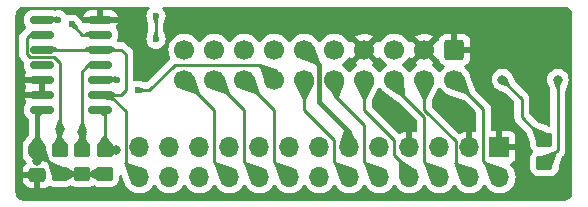
<source format=gbr>
%TF.GenerationSoftware,KiCad,Pcbnew,8.0.4*%
%TF.CreationDate,2024-09-19T23:06:26-05:00*%
%TF.ProjectId,IDC-26-Adapter-Rev1,4944432d-3236-42d4-9164-61707465722d,1.1*%
%TF.SameCoordinates,Original*%
%TF.FileFunction,Copper,L1,Top*%
%TF.FilePolarity,Positive*%
%FSLAX46Y46*%
G04 Gerber Fmt 4.6, Leading zero omitted, Abs format (unit mm)*
G04 Created by KiCad (PCBNEW 8.0.4) date 2024-09-19 23:06:26*
%MOMM*%
%LPD*%
G01*
G04 APERTURE LIST*
G04 Aperture macros list*
%AMRoundRect*
0 Rectangle with rounded corners*
0 $1 Rounding radius*
0 $2 $3 $4 $5 $6 $7 $8 $9 X,Y pos of 4 corners*
0 Add a 4 corners polygon primitive as box body*
4,1,4,$2,$3,$4,$5,$6,$7,$8,$9,$2,$3,0*
0 Add four circle primitives for the rounded corners*
1,1,$1+$1,$2,$3*
1,1,$1+$1,$4,$5*
1,1,$1+$1,$6,$7*
1,1,$1+$1,$8,$9*
0 Add four rect primitives between the rounded corners*
20,1,$1+$1,$2,$3,$4,$5,0*
20,1,$1+$1,$4,$5,$6,$7,0*
20,1,$1+$1,$6,$7,$8,$9,0*
20,1,$1+$1,$8,$9,$2,$3,0*%
G04 Aperture macros list end*
%TA.AperFunction,SMDPad,CuDef*%
%ADD10RoundRect,0.250000X0.450000X-0.350000X0.450000X0.350000X-0.450000X0.350000X-0.450000X-0.350000X0*%
%TD*%
%TA.AperFunction,SMDPad,CuDef*%
%ADD11RoundRect,0.150000X0.825000X0.150000X-0.825000X0.150000X-0.825000X-0.150000X0.825000X-0.150000X0*%
%TD*%
%TA.AperFunction,ComponentPad*%
%ADD12R,1.700000X1.700000*%
%TD*%
%TA.AperFunction,ComponentPad*%
%ADD13O,1.700000X1.700000*%
%TD*%
%TA.AperFunction,SMDPad,CuDef*%
%ADD14RoundRect,0.250000X-0.475000X0.337500X-0.475000X-0.337500X0.475000X-0.337500X0.475000X0.337500X0*%
%TD*%
%TA.AperFunction,ComponentPad*%
%ADD15RoundRect,0.250000X-0.600000X0.600000X-0.600000X-0.600000X0.600000X-0.600000X0.600000X0.600000X0*%
%TD*%
%TA.AperFunction,ComponentPad*%
%ADD16C,1.700000*%
%TD*%
%TA.AperFunction,ViaPad*%
%ADD17C,0.800000*%
%TD*%
%TA.AperFunction,ViaPad*%
%ADD18C,0.600000*%
%TD*%
%TA.AperFunction,Conductor*%
%ADD19C,0.400000*%
%TD*%
%TA.AperFunction,Conductor*%
%ADD20C,0.250000*%
%TD*%
G04 APERTURE END LIST*
D10*
%TO.P,R4,1*%
%TO.N,Net-(JP4-C)*%
X172085000Y-99155000D03*
%TO.P,R4,2*%
%TO.N,/IDC20_PIN5*%
X172085000Y-97155000D03*
%TD*%
%TO.P,R3,1*%
%TO.N,/A3_5V*%
X131064000Y-100060000D03*
%TO.P,R3,2*%
%TO.N,/A3_DRIVE3*%
X131064000Y-98060000D03*
%TD*%
D11*
%TO.P,U1,1*%
%TO.N,/A3_DRIVE1*%
X134490000Y-94615000D03*
%TO.P,U1,2*%
%TO.N,/A3_INT{slash}EXT*%
X134490000Y-93345000D03*
%TO.P,U1,3*%
%TO.N,/IDC20_DRIVE1*%
X134490000Y-92075000D03*
%TO.P,U1,4*%
%TO.N,/A3_DRIVE2*%
X134490000Y-90805000D03*
%TO.P,U1,5*%
%TO.N,/A3_INT{slash}EXT*%
X134490000Y-89535000D03*
%TO.P,U1,6*%
%TO.N,/IDC20_DRIVE2*%
X134490000Y-88265000D03*
%TO.P,U1,7,GND*%
%TO.N,GND*%
X134490000Y-86995000D03*
%TO.P,U1,8*%
%TO.N,/IDC20_DRIVE3*%
X129540000Y-86995000D03*
%TO.P,U1,9*%
%TO.N,/A3_DRIVE3*%
X129540000Y-88265000D03*
%TO.P,U1,10*%
%TO.N,/A3_INT{slash}EXT*%
X129540000Y-89535000D03*
%TO.P,U1,11*%
%TO.N,unconnected-(U1-Pad11)*%
X129540000Y-90805000D03*
%TO.P,U1,12*%
%TO.N,GND*%
X129540000Y-92075000D03*
%TO.P,U1,13*%
X129540000Y-93345000D03*
%TO.P,U1,14,VCC*%
%TO.N,/A3_5V*%
X129540000Y-94615000D03*
%TD*%
D10*
%TO.P,R2,1*%
%TO.N,/A3_5V*%
X132969000Y-100060000D03*
%TO.P,R2,2*%
%TO.N,/A3_DRIVE2*%
X132969000Y-98060000D03*
%TD*%
%TO.P,R1,1*%
%TO.N,/A3_5V*%
X134874000Y-100060000D03*
%TO.P,R1,2*%
%TO.N,/A3_DRIVE1*%
X134874000Y-98060000D03*
%TD*%
D12*
%TO.P,J2,1,Pin_1*%
%TO.N,GND*%
X168275000Y-97790000D03*
D13*
%TO.P,J2,2,Pin_2*%
%TO.N,/A3_PH0*%
X168275000Y-100330000D03*
%TO.P,J2,3,Pin_3*%
%TO.N,GND*%
X165735000Y-97790000D03*
%TO.P,J2,4,Pin_4*%
%TO.N,/A3_PH1*%
X165735000Y-100330000D03*
%TO.P,J2,5,Pin_5*%
%TO.N,GND*%
X163195000Y-97790000D03*
%TO.P,J2,6,Pin_6*%
%TO.N,/A3_PH2*%
X163195000Y-100330000D03*
%TO.P,J2,7,Pin_7*%
%TO.N,GND*%
X160655000Y-97790000D03*
%TO.P,J2,8,Pin_8*%
%TO.N,/A3_PH3*%
X160655000Y-100330000D03*
%TO.P,J2,9,Pin_9*%
%TO.N,/A3_-12V*%
X158115000Y-97790000D03*
%TO.P,J2,10,Pin_10*%
%TO.N,/A3_WREQ*%
X158115000Y-100330000D03*
%TO.P,J2,11,Pin_11*%
%TO.N,/A3_5V*%
X155575000Y-97790000D03*
%TO.P,J2,12,Pin_12*%
%TO.N,/A3_HDSEL*%
X155575000Y-100330000D03*
%TO.P,J2,13,Pin_13*%
%TO.N,/A3_+12V*%
X153035000Y-97790000D03*
%TO.P,J2,14,Pin_14*%
%TO.N,/A3_DRIVE1*%
X153035000Y-100330000D03*
%TO.P,J2,15,Pin_15*%
%TO.N,/A3_+12V*%
X150495000Y-97790000D03*
%TO.P,J2,16,Pin_16*%
%TO.N,/A3_RD_DATA*%
X150495000Y-100330000D03*
%TO.P,J2,17,Pin_17*%
%TO.N,/A3_+12V*%
X147955000Y-97790000D03*
%TO.P,J2,18,Pin_18*%
%TO.N,/A3_WR_DATA*%
X147955000Y-100330000D03*
%TO.P,J2,19,Pin_19*%
%TO.N,/A3_+12V*%
X145415000Y-97790000D03*
%TO.P,J2,20,Pin_20*%
%TO.N,/A3_WPROT*%
X145415000Y-100330000D03*
%TO.P,J2,21,Pin_21*%
%TO.N,/A3_DRIVE3*%
X142875000Y-97790000D03*
%TO.P,J2,22,Pin_22*%
%TO.N,/A3_DRIVE2*%
X142875000Y-100330000D03*
%TO.P,J2,23,Pin_23*%
%TO.N,unconnected-(J2-Pin_23-Pad23)*%
X140335000Y-97790000D03*
%TO.P,J2,24,Pin_24*%
%TO.N,unconnected-(J2-Pin_24-Pad24)*%
X140335000Y-100330000D03*
%TO.P,J2,25,Pin_25*%
%TO.N,unconnected-(J2-Pin_25-Pad25)*%
X137795000Y-97790000D03*
%TO.P,J2,26,Pin_26*%
%TO.N,/A3_INT{slash}EXT*%
X137795000Y-100330000D03*
%TD*%
D14*
%TO.P,C1,2*%
%TO.N,GND*%
X129133600Y-100135000D03*
%TO.P,C1,1*%
%TO.N,/A3_5V*%
X129133600Y-98060000D03*
%TD*%
D15*
%TO.P,J1,1,Pin_1*%
%TO.N,GND*%
X164465000Y-89535000D03*
D16*
%TO.P,J1,2,Pin_2*%
%TO.N,/A3_PH0*%
X164465000Y-92075000D03*
%TO.P,J1,3,Pin_3*%
%TO.N,GND*%
X161925000Y-89535000D03*
%TO.P,J1,4,Pin_4*%
%TO.N,/A3_PH1*%
X161925000Y-92075000D03*
%TO.P,J1,5,Pin_5*%
%TO.N,/IDC20_PIN5*%
X159385000Y-89535000D03*
%TO.P,J1,6,Pin_6*%
%TO.N,/A3_PH2*%
X159385000Y-92075000D03*
%TO.P,J1,7,Pin_7*%
%TO.N,GND*%
X156845000Y-89535000D03*
%TO.P,J1,8,Pin_8*%
%TO.N,/A3_PH3*%
X156845000Y-92075000D03*
%TO.P,J1,9,Pin_9*%
%TO.N,/IDC20_-12V*%
X154305000Y-89535000D03*
%TO.P,J1,10,Pin_10*%
%TO.N,/A3_WREQ*%
X154305000Y-92075000D03*
%TO.P,J1,11,Pin_11*%
%TO.N,/A3_5V*%
X151765000Y-89535000D03*
%TO.P,J1,12,Pin_12*%
%TO.N,/A3_HDSEL*%
X151765000Y-92075000D03*
%TO.P,J1,13,Pin_13*%
%TO.N,/IDC20_+12V*%
X149225000Y-89535000D03*
%TO.P,J1,14,Pin_14*%
%TO.N,/IDC20_DRIVE1*%
X149225000Y-92075000D03*
%TO.P,J1,15,Pin_15*%
%TO.N,/IDC20_+12V*%
X146685000Y-89535000D03*
%TO.P,J1,16,Pin_16*%
%TO.N,/A3_RD_DATA*%
X146685000Y-92075000D03*
%TO.P,J1,17,Pin_17*%
%TO.N,/IDC20_PIN17*%
X144145000Y-89535000D03*
%TO.P,J1,18,Pin_18*%
%TO.N,/A3_WR_DATA*%
X144145000Y-92075000D03*
%TO.P,J1,19,Pin_19*%
%TO.N,/IDC20_PIN19*%
X141605000Y-89535000D03*
%TO.P,J1,20,Pin_20*%
%TO.N,/A3_WPROT*%
X141605000Y-92075000D03*
%TD*%
D17*
%TO.N,/A3_5V*%
X129159000Y-98947500D03*
D18*
%TO.N,/IDC20_DRIVE3*%
X139192000Y-86682000D03*
X130937000Y-86995000D03*
%TO.N,/IDC20_DRIVE2*%
X132080000Y-87376000D03*
%TO.N,/IDC20_DRIVE1*%
X137668000Y-92964000D03*
X135890000Y-92075000D03*
D17*
%TO.N,/A3_DRIVE2*%
X132969000Y-96520000D03*
%TO.N,/A3_DRIVE3*%
X131079000Y-96281000D03*
%TO.N,/A3_DRIVE1*%
X135800000Y-98044000D03*
D18*
%TO.N,/IDC20_DRIVE3*%
X139192000Y-88646000D03*
D17*
%TO.N,/IDC20_PIN5*%
X168529000Y-92075000D03*
%TO.N,Net-(JP4-C)*%
X173228000Y-92075000D03*
%TD*%
D19*
%TO.N,/A3_5V*%
X129159000Y-94996000D02*
X129540000Y-94615000D01*
X129159000Y-98034600D02*
X129159000Y-94996000D01*
D20*
%TO.N,/A3_WPROT*%
X144145000Y-94615000D02*
X141605000Y-92075000D01*
X145415000Y-100330000D02*
X144145000Y-99060000D01*
X144145000Y-99060000D02*
X144145000Y-94615000D01*
%TO.N,/A3_WR_DATA*%
X146685000Y-94615000D02*
X144145000Y-92075000D01*
X146685000Y-99060000D02*
X146685000Y-94615000D01*
X147955000Y-100330000D02*
X146685000Y-99060000D01*
%TO.N,/A3_RD_DATA*%
X149225000Y-94615000D02*
X146685000Y-92075000D01*
X150495000Y-100330000D02*
X149225000Y-99060000D01*
X149225000Y-99060000D02*
X149225000Y-94615000D01*
%TO.N,/A3_HDSEL*%
X154305000Y-97156396D02*
X151765000Y-94616396D01*
X151765000Y-94616396D02*
X151765000Y-92075000D01*
X155575000Y-100330000D02*
X154305000Y-99060000D01*
X154305000Y-99060000D02*
X154305000Y-97156396D01*
D19*
%TO.N,/A3_5V*%
X153035000Y-90805000D02*
X151765000Y-89535000D01*
X153035000Y-93980000D02*
X153035000Y-90805000D01*
X155575000Y-97790000D02*
X155575000Y-96520000D01*
X155575000Y-96520000D02*
X153035000Y-93980000D01*
D20*
%TO.N,/IDC20_DRIVE1*%
X140779500Y-90805000D02*
X147955000Y-90805000D01*
X138620500Y-92964000D02*
X140779500Y-90805000D01*
X147955000Y-90805000D02*
X149225000Y-92075000D01*
X137668000Y-92964000D02*
X138620500Y-92964000D01*
%TO.N,/A3_PH2*%
X161925000Y-95252792D02*
X159385000Y-92712792D01*
X161925000Y-99060000D02*
X161925000Y-95252792D01*
X163195000Y-100330000D02*
X161925000Y-99060000D01*
%TO.N,/A3_PH3*%
X156845000Y-94616396D02*
X156845000Y-92075000D01*
X159385000Y-97156396D02*
X156845000Y-94616396D01*
X159385000Y-98425000D02*
X159385000Y-97156396D01*
X160655000Y-99695000D02*
X159385000Y-98425000D01*
%TO.N,/A3_WREQ*%
X154305000Y-93345000D02*
X154305000Y-92075000D01*
X156845000Y-99060000D02*
X156845000Y-95885000D01*
X158115000Y-100330000D02*
X156845000Y-99060000D01*
X156845000Y-95885000D02*
X154305000Y-93345000D01*
%TO.N,/A3_5V*%
X129133600Y-98922100D02*
X129133600Y-98060000D01*
X129159000Y-98947500D02*
X129133600Y-98922100D01*
%TO.N,/A3_INT{slash}EXT*%
X136620000Y-94710000D02*
X135255000Y-93345000D01*
X136620000Y-99155000D02*
X136620000Y-94710000D01*
X137795000Y-100330000D02*
X136620000Y-99155000D01*
%TO.N,/A3_5V*%
X129133600Y-98060000D02*
X129159000Y-98034600D01*
%TO.N,/A3_DRIVE3*%
X128524000Y-88265000D02*
X129540000Y-88265000D01*
X128524092Y-90170000D02*
X128240000Y-89885908D01*
X128240000Y-89885908D02*
X128240000Y-88549000D01*
X130556000Y-90170000D02*
X128524092Y-90170000D01*
X131064000Y-90678000D02*
X130556000Y-90170000D01*
X131064000Y-96266000D02*
X131064000Y-90678000D01*
X131079000Y-96281000D02*
X131064000Y-96266000D01*
X128240000Y-88549000D02*
X128524000Y-88265000D01*
%TO.N,/A3_DRIVE2*%
X133515001Y-90805000D02*
X134490000Y-90805000D01*
X132969000Y-91351001D02*
X133515001Y-90805000D01*
X132969000Y-96520000D02*
X132969000Y-91351001D01*
X132969000Y-96520000D02*
X132969000Y-98060000D01*
%TO.N,/A3_DRIVE3*%
X131064000Y-98171000D02*
X130840000Y-98395000D01*
X131064000Y-96296000D02*
X131064000Y-98171000D01*
X131079000Y-96281000D02*
X131064000Y-96296000D01*
%TO.N,/A3_DRIVE1*%
X134874000Y-94999000D02*
X134620000Y-94745000D01*
X134874000Y-98060000D02*
X134874000Y-94999000D01*
X135800000Y-98044000D02*
X134747000Y-98044000D01*
D19*
%TO.N,/A3_5V*%
X134874000Y-100060000D02*
X131133600Y-100060000D01*
D20*
X131133600Y-100060000D02*
X129133600Y-98060000D01*
%TO.N,/IDC20_PIN5*%
X170180000Y-95250000D02*
X172085000Y-97155000D01*
X170180000Y-93726000D02*
X170180000Y-95250000D01*
X168529000Y-92075000D02*
X170180000Y-93726000D01*
%TO.N,Net-(JP4-C)*%
X173228000Y-98012000D02*
X172085000Y-99155000D01*
X173228000Y-92075000D02*
X173228000Y-98012000D01*
%TO.N,/IDC20_DRIVE3*%
X139192000Y-86682000D02*
X139192000Y-88646000D01*
X129540000Y-86995000D02*
X130937000Y-86995000D01*
%TO.N,/IDC20_DRIVE2*%
X132969000Y-88265000D02*
X132080000Y-87376000D01*
X134490000Y-88265000D02*
X132969000Y-88265000D01*
%TO.N,/IDC20_DRIVE1*%
X134490000Y-92075000D02*
X135890000Y-92075000D01*
%TO.N,/A3_INT{slash}EXT*%
X136271000Y-89535000D02*
X134490000Y-89535000D01*
X136652000Y-89916000D02*
X136271000Y-89535000D01*
X136271000Y-93345000D02*
X136652000Y-92964000D01*
X136652000Y-92964000D02*
X136652000Y-89916000D01*
X134490000Y-93345000D02*
X136271000Y-93345000D01*
X129540000Y-89535000D02*
X134490000Y-89535000D01*
%TO.N,/A3_PH1*%
X161925000Y-94616396D02*
X161925000Y-92075000D01*
X164560000Y-97251396D02*
X161925000Y-94616396D01*
X164560000Y-99155000D02*
X164560000Y-97251396D01*
X165735000Y-100330000D02*
X164560000Y-99155000D01*
%TO.N,/A3_PH0*%
X166910000Y-94520000D02*
X164465000Y-92075000D01*
X168275000Y-100330000D02*
X166910000Y-98965000D01*
X166910000Y-98965000D02*
X166910000Y-94520000D01*
%TD*%
%TA.AperFunction,Conductor*%
%TO.N,GND*%
G36*
X161234539Y-97559685D02*
G01*
X161280294Y-97612489D01*
X161291500Y-97664000D01*
X161291500Y-97916000D01*
X161271815Y-97983039D01*
X161219011Y-98028794D01*
X161167500Y-98040000D01*
X161088012Y-98040000D01*
X161120925Y-97982993D01*
X161155000Y-97855826D01*
X161155000Y-97724174D01*
X161120925Y-97597007D01*
X161088012Y-97540000D01*
X161167500Y-97540000D01*
X161234539Y-97559685D01*
G37*
%TD.AperFunction*%
%TA.AperFunction,Conductor*%
G36*
X162729075Y-97597007D02*
G01*
X162695000Y-97724174D01*
X162695000Y-97855826D01*
X162729075Y-97982993D01*
X162761988Y-98040000D01*
X162682500Y-98040000D01*
X162615461Y-98020315D01*
X162569706Y-97967511D01*
X162558500Y-97916000D01*
X162558500Y-97664000D01*
X162578185Y-97596961D01*
X162630989Y-97551206D01*
X162682500Y-97540000D01*
X162761988Y-97540000D01*
X162729075Y-97597007D01*
G37*
%TD.AperFunction*%
%TA.AperFunction,Conductor*%
G36*
X163869539Y-97559685D02*
G01*
X163915294Y-97612489D01*
X163926500Y-97664000D01*
X163926500Y-97916000D01*
X163906815Y-97983039D01*
X163854011Y-98028794D01*
X163802500Y-98040000D01*
X163628012Y-98040000D01*
X163660925Y-97982993D01*
X163695000Y-97855826D01*
X163695000Y-97724174D01*
X163660925Y-97597007D01*
X163628012Y-97540000D01*
X163802500Y-97540000D01*
X163869539Y-97559685D01*
G37*
%TD.AperFunction*%
%TA.AperFunction,Conductor*%
G36*
X167809075Y-97597007D02*
G01*
X167775000Y-97724174D01*
X167775000Y-97855826D01*
X167809075Y-97982993D01*
X167841988Y-98040000D01*
X167667500Y-98040000D01*
X167600461Y-98020315D01*
X167554706Y-97967511D01*
X167543500Y-97916000D01*
X167543500Y-97664000D01*
X167563185Y-97596961D01*
X167615989Y-97551206D01*
X167667500Y-97540000D01*
X167841988Y-97540000D01*
X167809075Y-97597007D01*
G37*
%TD.AperFunction*%
%TA.AperFunction,Conductor*%
G36*
X166219539Y-97559685D02*
G01*
X166265294Y-97612489D01*
X166276500Y-97664000D01*
X166276500Y-97916000D01*
X166256815Y-97983039D01*
X166204011Y-98028794D01*
X166170240Y-98036140D01*
X166200925Y-97982993D01*
X166235000Y-97855826D01*
X166235000Y-97724174D01*
X166200925Y-97597007D01*
X166171178Y-97545484D01*
X166219539Y-97559685D01*
G37*
%TD.AperFunction*%
%TA.AperFunction,Conductor*%
G36*
X165269075Y-97597007D02*
G01*
X165235000Y-97724174D01*
X165235000Y-97855826D01*
X165269075Y-97982993D01*
X165298821Y-98034515D01*
X165250461Y-98020315D01*
X165204706Y-97967511D01*
X165193500Y-97916000D01*
X165193500Y-97664000D01*
X165213185Y-97596961D01*
X165265989Y-97551206D01*
X165299759Y-97543859D01*
X165269075Y-97597007D01*
G37*
%TD.AperFunction*%
%TA.AperFunction,Conductor*%
G36*
X158190122Y-92747916D02*
G01*
X158224883Y-92783092D01*
X158309275Y-92912265D01*
X158309278Y-92912268D01*
X158392055Y-93002187D01*
X158394036Y-93004393D01*
X158395895Y-93006515D01*
X158397917Y-93008556D01*
X158461755Y-93077902D01*
X158461759Y-93077905D01*
X158461760Y-93077906D01*
X158639424Y-93216189D01*
X158724924Y-93262459D01*
X158736998Y-93269917D01*
X158813347Y-93323343D01*
X159084742Y-93513256D01*
X159084779Y-93513281D01*
X159726647Y-93962436D01*
X159758023Y-93984392D01*
X159774611Y-93998307D01*
X161255181Y-95478877D01*
X161288666Y-95540200D01*
X161291500Y-95566558D01*
X161291500Y-96402603D01*
X161271815Y-96469642D01*
X161219011Y-96515397D01*
X161149853Y-96525341D01*
X161123868Y-96517603D01*
X161123572Y-96518419D01*
X161118486Y-96516567D01*
X160905000Y-96459364D01*
X160905000Y-97356988D01*
X160847993Y-97324075D01*
X160720826Y-97290000D01*
X160589174Y-97290000D01*
X160462007Y-97324075D01*
X160405000Y-97356988D01*
X160405000Y-96459364D01*
X160404999Y-96459364D01*
X160191513Y-96516567D01*
X160191507Y-96516570D01*
X159977422Y-96616399D01*
X159923542Y-96654126D01*
X159857336Y-96676453D01*
X159789569Y-96659441D01*
X159764739Y-96640231D01*
X157514819Y-94390311D01*
X157481334Y-94328988D01*
X157478500Y-94302630D01*
X157478500Y-93930569D01*
X157490725Y-93876882D01*
X157509847Y-93837071D01*
X158009300Y-92797224D01*
X158056068Y-92745318D01*
X158123477Y-92726936D01*
X158190122Y-92747916D01*
G37*
%TD.AperFunction*%
%TA.AperFunction,Conductor*%
G36*
X163270122Y-92747916D02*
G01*
X163304882Y-92783091D01*
X163389276Y-92912265D01*
X163389284Y-92912276D01*
X163541756Y-93077902D01*
X163541761Y-93077907D01*
X163563722Y-93095000D01*
X163719424Y-93216189D01*
X163719425Y-93216189D01*
X163719427Y-93216191D01*
X163804924Y-93262459D01*
X163917426Y-93323342D01*
X163937418Y-93330205D01*
X163952034Y-93335223D01*
X163969075Y-93342539D01*
X163981276Y-93348898D01*
X165282528Y-93805719D01*
X165329134Y-93835038D01*
X166240181Y-94746085D01*
X166273666Y-94807408D01*
X166276500Y-94833766D01*
X166276500Y-96375871D01*
X166256815Y-96442910D01*
X166204011Y-96488665D01*
X166134853Y-96498609D01*
X166120406Y-96495646D01*
X165985000Y-96459364D01*
X165985000Y-97356988D01*
X165927993Y-97324075D01*
X165800826Y-97290000D01*
X165669174Y-97290000D01*
X165542007Y-97324075D01*
X165485000Y-97356988D01*
X165485000Y-96459364D01*
X165484999Y-96459364D01*
X165271513Y-96516567D01*
X165271507Y-96516570D01*
X165057423Y-96616399D01*
X165003543Y-96654126D01*
X164937337Y-96676453D01*
X164869570Y-96659441D01*
X164844740Y-96640231D01*
X162594819Y-94390310D01*
X162561334Y-94328987D01*
X162558500Y-94302629D01*
X162558500Y-93930569D01*
X162570725Y-93876882D01*
X162589847Y-93837071D01*
X163089300Y-92797224D01*
X163136068Y-92745318D01*
X163203477Y-92726936D01*
X163270122Y-92747916D01*
G37*
%TD.AperFunction*%
%TA.AperFunction,Conductor*%
G36*
X156379075Y-89727993D02*
G01*
X156444901Y-89842007D01*
X156537993Y-89935099D01*
X156652007Y-90000925D01*
X156715590Y-90017962D01*
X156083625Y-90649925D01*
X156154801Y-90699763D01*
X156198426Y-90754340D01*
X156205620Y-90823838D01*
X156174097Y-90886193D01*
X156142697Y-90910392D01*
X156099427Y-90933809D01*
X156099422Y-90933812D01*
X155921761Y-91072092D01*
X155921756Y-91072097D01*
X155769284Y-91237723D01*
X155769276Y-91237734D01*
X155678808Y-91376206D01*
X155625662Y-91421562D01*
X155556431Y-91430986D01*
X155493095Y-91401484D01*
X155471192Y-91376206D01*
X155410873Y-91283882D01*
X155380722Y-91237732D01*
X155380719Y-91237729D01*
X155380715Y-91237723D01*
X155228243Y-91072097D01*
X155228238Y-91072092D01*
X155050577Y-90933812D01*
X155050578Y-90933812D01*
X155050576Y-90933811D01*
X155014070Y-90914055D01*
X154964479Y-90864836D01*
X154949371Y-90796619D01*
X154973541Y-90731064D01*
X155014070Y-90695945D01*
X155014084Y-90695936D01*
X155050576Y-90676189D01*
X155228240Y-90537906D01*
X155373437Y-90380182D01*
X155380715Y-90372276D01*
X155380715Y-90372275D01*
X155380722Y-90372268D01*
X155474749Y-90228347D01*
X155527894Y-90182994D01*
X155597125Y-90173570D01*
X155660461Y-90203072D01*
X155680131Y-90225049D01*
X155730072Y-90296373D01*
X155730073Y-90296373D01*
X156362037Y-89664409D01*
X156379075Y-89727993D01*
G37*
%TD.AperFunction*%
%TA.AperFunction,Conductor*%
G36*
X157959925Y-90296373D02*
G01*
X158009868Y-90225048D01*
X158064445Y-90181424D01*
X158133944Y-90174231D01*
X158196298Y-90205753D01*
X158215251Y-90228350D01*
X158309276Y-90372265D01*
X158309284Y-90372276D01*
X158461756Y-90537902D01*
X158461761Y-90537907D01*
X158520981Y-90584000D01*
X158639424Y-90676189D01*
X158639429Y-90676191D01*
X158639431Y-90676193D01*
X158675930Y-90695946D01*
X158725520Y-90745165D01*
X158740628Y-90813382D01*
X158716457Y-90878937D01*
X158675930Y-90914054D01*
X158639431Y-90933806D01*
X158639422Y-90933812D01*
X158461761Y-91072092D01*
X158461756Y-91072097D01*
X158309284Y-91237723D01*
X158309276Y-91237734D01*
X158218808Y-91376206D01*
X158165662Y-91421562D01*
X158096431Y-91430986D01*
X158033095Y-91401484D01*
X158011192Y-91376206D01*
X157950873Y-91283882D01*
X157920722Y-91237732D01*
X157920719Y-91237729D01*
X157920715Y-91237723D01*
X157768243Y-91072097D01*
X157768238Y-91072092D01*
X157590577Y-90933812D01*
X157590577Y-90933811D01*
X157547303Y-90910393D01*
X157497713Y-90861173D01*
X157482605Y-90792957D01*
X157506775Y-90727401D01*
X157535198Y-90699763D01*
X157606373Y-90649925D01*
X156974409Y-90017962D01*
X157037993Y-90000925D01*
X157152007Y-89935099D01*
X157245099Y-89842007D01*
X157310925Y-89727993D01*
X157327962Y-89664410D01*
X157959925Y-90296373D01*
G37*
%TD.AperFunction*%
%TA.AperFunction,Conductor*%
G36*
X161459075Y-89727993D02*
G01*
X161524901Y-89842007D01*
X161617993Y-89935099D01*
X161732007Y-90000925D01*
X161795590Y-90017962D01*
X161163625Y-90649925D01*
X161234801Y-90699763D01*
X161278426Y-90754340D01*
X161285620Y-90823838D01*
X161254097Y-90886193D01*
X161222697Y-90910392D01*
X161179427Y-90933809D01*
X161179422Y-90933812D01*
X161001761Y-91072092D01*
X161001756Y-91072097D01*
X160849284Y-91237723D01*
X160849276Y-91237734D01*
X160758808Y-91376206D01*
X160705662Y-91421562D01*
X160636431Y-91430986D01*
X160573095Y-91401484D01*
X160551192Y-91376206D01*
X160490873Y-91283882D01*
X160460722Y-91237732D01*
X160460719Y-91237729D01*
X160460715Y-91237723D01*
X160308243Y-91072097D01*
X160308238Y-91072092D01*
X160130577Y-90933812D01*
X160130578Y-90933812D01*
X160130576Y-90933811D01*
X160094070Y-90914055D01*
X160044479Y-90864836D01*
X160029371Y-90796619D01*
X160053541Y-90731064D01*
X160094070Y-90695945D01*
X160094084Y-90695936D01*
X160130576Y-90676189D01*
X160308240Y-90537906D01*
X160453437Y-90380182D01*
X160460715Y-90372276D01*
X160460715Y-90372275D01*
X160460722Y-90372268D01*
X160554749Y-90228347D01*
X160607894Y-90182994D01*
X160677125Y-90173570D01*
X160740461Y-90203072D01*
X160760131Y-90225049D01*
X160810072Y-90296373D01*
X160810073Y-90296373D01*
X161442037Y-89664409D01*
X161459075Y-89727993D01*
G37*
%TD.AperFunction*%
%TA.AperFunction,Conductor*%
G36*
X163044156Y-90300604D02*
G01*
X163096701Y-90311163D01*
X163146885Y-90359777D01*
X163156717Y-90381921D01*
X163180642Y-90454121D01*
X163180643Y-90454124D01*
X163272684Y-90603345D01*
X163396654Y-90727315D01*
X163545876Y-90819356D01*
X163550426Y-90820864D01*
X163607871Y-90860636D01*
X163634696Y-90925151D01*
X163622382Y-90993927D01*
X163587588Y-91036423D01*
X163541763Y-91072090D01*
X163541756Y-91072097D01*
X163389284Y-91237723D01*
X163389276Y-91237734D01*
X163298808Y-91376206D01*
X163245662Y-91421562D01*
X163176431Y-91430986D01*
X163113095Y-91401484D01*
X163091192Y-91376206D01*
X163030873Y-91283882D01*
X163000722Y-91237732D01*
X163000719Y-91237729D01*
X163000715Y-91237723D01*
X162848243Y-91072097D01*
X162848238Y-91072092D01*
X162670577Y-90933812D01*
X162670577Y-90933811D01*
X162627303Y-90910393D01*
X162577713Y-90861173D01*
X162562605Y-90792957D01*
X162586775Y-90727401D01*
X162615198Y-90699763D01*
X162686373Y-90649925D01*
X162054409Y-90017962D01*
X162117993Y-90000925D01*
X162232007Y-89935099D01*
X162325099Y-89842007D01*
X162390925Y-89727993D01*
X162407962Y-89664410D01*
X163044156Y-90300604D01*
G37*
%TD.AperFunction*%
%TA.AperFunction,Conductor*%
G36*
X138599785Y-85918185D02*
G01*
X138645540Y-85970989D01*
X138655484Y-86040147D01*
X138626459Y-86103703D01*
X138620427Y-86110181D01*
X138555889Y-86174718D01*
X138458958Y-86328982D01*
X138398782Y-86500953D01*
X138398781Y-86500958D01*
X138378384Y-86681996D01*
X138378384Y-86682003D01*
X138398782Y-86863045D01*
X138398782Y-86863046D01*
X138420227Y-86924334D01*
X138425579Y-86945392D01*
X138428058Y-86960648D01*
X138552818Y-87358457D01*
X138558500Y-87395563D01*
X138558500Y-87932435D01*
X138552818Y-87969541D01*
X138428058Y-88367352D01*
X138419578Y-88397605D01*
X138418581Y-88402886D01*
X138418000Y-88402776D01*
X138413598Y-88422612D01*
X138398782Y-88464956D01*
X138398781Y-88464959D01*
X138378384Y-88645996D01*
X138378384Y-88646003D01*
X138398781Y-88827041D01*
X138398782Y-88827046D01*
X138424835Y-88901500D01*
X138458957Y-88999015D01*
X138555889Y-89153281D01*
X138684719Y-89282111D01*
X138838985Y-89379043D01*
X139010953Y-89439217D01*
X139010958Y-89439218D01*
X139191996Y-89459616D01*
X139192000Y-89459616D01*
X139192004Y-89459616D01*
X139373041Y-89439218D01*
X139373044Y-89439217D01*
X139373047Y-89439217D01*
X139545015Y-89379043D01*
X139699281Y-89282111D01*
X139828111Y-89153281D01*
X139925043Y-88999015D01*
X139985217Y-88827047D01*
X139985290Y-88826400D01*
X140005616Y-88646003D01*
X140005616Y-88645996D01*
X139985218Y-88464956D01*
X139963771Y-88403665D01*
X139958418Y-88382605D01*
X139955940Y-88367351D01*
X139850939Y-88032542D01*
X139831182Y-87969542D01*
X139825500Y-87932436D01*
X139825500Y-87395562D01*
X139831182Y-87358456D01*
X139955943Y-86960639D01*
X139964417Y-86930406D01*
X139964420Y-86930396D01*
X139964421Y-86930383D01*
X139965417Y-86925109D01*
X139966004Y-86925219D01*
X139970400Y-86905387D01*
X139985217Y-86863047D01*
X139985218Y-86863039D01*
X140005616Y-86682003D01*
X140005616Y-86681996D01*
X139985218Y-86500958D01*
X139985217Y-86500953D01*
X139975677Y-86473689D01*
X139925043Y-86328985D01*
X139828111Y-86174719D01*
X139763573Y-86110181D01*
X139730088Y-86048858D01*
X139735072Y-85979166D01*
X139776944Y-85923233D01*
X139842408Y-85898816D01*
X139851254Y-85898500D01*
X173704405Y-85898500D01*
X173745907Y-85898500D01*
X173758061Y-85899097D01*
X173876317Y-85910744D01*
X173900145Y-85915483D01*
X174008005Y-85948202D01*
X174030453Y-85957501D01*
X174129849Y-86010629D01*
X174150059Y-86024133D01*
X174237179Y-86095630D01*
X174254369Y-86112820D01*
X174325866Y-86199940D01*
X174339370Y-86220150D01*
X174392495Y-86319538D01*
X174401798Y-86341997D01*
X174434514Y-86449848D01*
X174439256Y-86473688D01*
X174450903Y-86591937D01*
X174451500Y-86604092D01*
X174451500Y-101609907D01*
X174450903Y-101622062D01*
X174439256Y-101740311D01*
X174434514Y-101764151D01*
X174401798Y-101872002D01*
X174392495Y-101894461D01*
X174339370Y-101993849D01*
X174325866Y-102014059D01*
X174254369Y-102101179D01*
X174237179Y-102118369D01*
X174150059Y-102189866D01*
X174129849Y-102203370D01*
X174030461Y-102256495D01*
X174008002Y-102265798D01*
X173900151Y-102298514D01*
X173876311Y-102303256D01*
X173789215Y-102311834D01*
X173758060Y-102314903D01*
X173745907Y-102315500D01*
X128006093Y-102315500D01*
X127993939Y-102314903D01*
X127943081Y-102309893D01*
X127875688Y-102303256D01*
X127851848Y-102298514D01*
X127743997Y-102265798D01*
X127721541Y-102256496D01*
X127622150Y-102203370D01*
X127601940Y-102189866D01*
X127514820Y-102118369D01*
X127497630Y-102101179D01*
X127426133Y-102014059D01*
X127412629Y-101993849D01*
X127373441Y-101920534D01*
X127359501Y-101894453D01*
X127350201Y-101872002D01*
X127317483Y-101764145D01*
X127312744Y-101740317D01*
X127301097Y-101622061D01*
X127300500Y-101609907D01*
X127300500Y-100522486D01*
X127908601Y-100522486D01*
X127919094Y-100625197D01*
X127974241Y-100791619D01*
X127974243Y-100791624D01*
X128066284Y-100940845D01*
X128190254Y-101064815D01*
X128339475Y-101156856D01*
X128339480Y-101156858D01*
X128505902Y-101212005D01*
X128505909Y-101212006D01*
X128608619Y-101222499D01*
X128883599Y-101222499D01*
X128883600Y-101222498D01*
X128883600Y-100385000D01*
X127908601Y-100385000D01*
X127908601Y-100522486D01*
X127300500Y-100522486D01*
X127300500Y-92325001D01*
X128067704Y-92325001D01*
X128067899Y-92327486D01*
X128113718Y-92485198D01*
X128197314Y-92626552D01*
X128202100Y-92632722D01*
X128199753Y-92634542D01*
X128226564Y-92683642D01*
X128221580Y-92753334D01*
X128200541Y-92786069D01*
X128202100Y-92787278D01*
X128197314Y-92793447D01*
X128113718Y-92934801D01*
X128067899Y-93092513D01*
X128067704Y-93094998D01*
X128067705Y-93095000D01*
X129290000Y-93095000D01*
X129290000Y-92325000D01*
X128067705Y-92325000D01*
X128067704Y-92325001D01*
X127300500Y-92325001D01*
X127300500Y-88486601D01*
X127606500Y-88486601D01*
X127606500Y-89948306D01*
X127630843Y-90070685D01*
X127630845Y-90070693D01*
X127678598Y-90185980D01*
X127678603Y-90185989D01*
X127747928Y-90289740D01*
X127747931Y-90289744D01*
X128020181Y-90561993D01*
X128053666Y-90623316D01*
X128056500Y-90649674D01*
X128056500Y-91021507D01*
X128059437Y-91058829D01*
X128059438Y-91058835D01*
X128105853Y-91218596D01*
X128105855Y-91218601D01*
X128190544Y-91361803D01*
X128195330Y-91367973D01*
X128193416Y-91369457D01*
X128221151Y-91420250D01*
X128216167Y-91489942D01*
X128201252Y-91516708D01*
X128201288Y-91516729D01*
X128200482Y-91518091D01*
X128197969Y-91522602D01*
X128197319Y-91523439D01*
X128113718Y-91664801D01*
X128067899Y-91822513D01*
X128067704Y-91824998D01*
X128067705Y-91825000D01*
X129666000Y-91825000D01*
X129733039Y-91844685D01*
X129778794Y-91897489D01*
X129790000Y-91949000D01*
X129790000Y-93471000D01*
X129770315Y-93538039D01*
X129717511Y-93583794D01*
X129666000Y-93595000D01*
X128067705Y-93595000D01*
X128067704Y-93595001D01*
X128067899Y-93597486D01*
X128113718Y-93755198D01*
X128197319Y-93896560D01*
X128197969Y-93897398D01*
X128198273Y-93898173D01*
X128201288Y-93903271D01*
X128200465Y-93903757D01*
X128223500Y-93962436D01*
X128209816Y-94030953D01*
X128194684Y-94051533D01*
X128195327Y-94052032D01*
X128190543Y-94058198D01*
X128105855Y-94201398D01*
X128105853Y-94201403D01*
X128059438Y-94361164D01*
X128059437Y-94361170D01*
X128056500Y-94398492D01*
X128056500Y-94831507D01*
X128059437Y-94868829D01*
X128059438Y-94868835D01*
X128105853Y-95028596D01*
X128105855Y-95028601D01*
X128190544Y-95171803D01*
X128190551Y-95171812D01*
X128308187Y-95289448D01*
X128308191Y-95289451D01*
X128308193Y-95289453D01*
X128389621Y-95337609D01*
X128437304Y-95388678D01*
X128450500Y-95444341D01*
X128450500Y-96686615D01*
X128430815Y-96753654D01*
X128430116Y-96754731D01*
X128199974Y-97104813D01*
X128184040Y-97124378D01*
X128059569Y-97248849D01*
X127966486Y-97399759D01*
X127966484Y-97399764D01*
X127910713Y-97568072D01*
X127900100Y-97671947D01*
X127900100Y-98448037D01*
X127900101Y-98448053D01*
X127910713Y-98551927D01*
X127966484Y-98720235D01*
X127966486Y-98720240D01*
X128059571Y-98871153D01*
X128184948Y-98996530D01*
X128185637Y-98996955D01*
X128186009Y-98997369D01*
X128190615Y-99001011D01*
X128189992Y-99001797D01*
X128232361Y-99048904D01*
X128243582Y-99117867D01*
X128215738Y-99181948D01*
X128195184Y-99199767D01*
X128195923Y-99200702D01*
X128190255Y-99205183D01*
X128066284Y-99329154D01*
X127974243Y-99478375D01*
X127974241Y-99478380D01*
X127919094Y-99644802D01*
X127919093Y-99644809D01*
X127908600Y-99747513D01*
X127908600Y-99885000D01*
X129259600Y-99885000D01*
X129326639Y-99904685D01*
X129372394Y-99957489D01*
X129383600Y-100009000D01*
X129383600Y-101222499D01*
X129658572Y-101222499D01*
X129658586Y-101222498D01*
X129761297Y-101212005D01*
X129927719Y-101156858D01*
X129927724Y-101156856D01*
X130083091Y-101061025D01*
X130083871Y-101062290D01*
X130141039Y-101039221D01*
X130209682Y-101052255D01*
X130218263Y-101057089D01*
X130291253Y-101102110D01*
X130291256Y-101102111D01*
X130291262Y-101102115D01*
X130459574Y-101157887D01*
X130563455Y-101168500D01*
X131564544Y-101168499D01*
X131668426Y-101157887D01*
X131836738Y-101102115D01*
X131837179Y-101101842D01*
X131846381Y-101096692D01*
X131848954Y-101095392D01*
X131848967Y-101095388D01*
X131971981Y-101033259D01*
X132040692Y-101020609D01*
X132092975Y-101038407D01*
X132196253Y-101102110D01*
X132196256Y-101102111D01*
X132196262Y-101102115D01*
X132364574Y-101157887D01*
X132468455Y-101168500D01*
X133469544Y-101168499D01*
X133573426Y-101157887D01*
X133741738Y-101102115D01*
X133814736Y-101057089D01*
X133845023Y-101038408D01*
X133912415Y-101019967D01*
X133966021Y-101033261D01*
X134091631Y-101096700D01*
X134100830Y-101101848D01*
X134101262Y-101102115D01*
X134190914Y-101131821D01*
X134193545Y-101132727D01*
X134209158Y-101138306D01*
X134209171Y-101138308D01*
X134212877Y-101139379D01*
X134212858Y-101139442D01*
X134219145Y-101141176D01*
X134238554Y-101147608D01*
X134269570Y-101157886D01*
X134269571Y-101157886D01*
X134269574Y-101157887D01*
X134373455Y-101168500D01*
X135374544Y-101168499D01*
X135478426Y-101157887D01*
X135646738Y-101102115D01*
X135797652Y-101009030D01*
X135923030Y-100883652D01*
X136016115Y-100732738D01*
X136071887Y-100564426D01*
X136082500Y-100460545D01*
X136082499Y-100263756D01*
X136102183Y-100196719D01*
X136154987Y-100150964D01*
X136224145Y-100141020D01*
X136287701Y-100170045D01*
X136324093Y-100224419D01*
X136411679Y-100486237D01*
X136411681Y-100486242D01*
X136498691Y-100746339D01*
X136501302Y-100755234D01*
X136505705Y-100772620D01*
X136510938Y-100784550D01*
X136514977Y-100795021D01*
X136518761Y-100806334D01*
X136524755Y-100823256D01*
X136525039Y-100824016D01*
X136525046Y-100824033D01*
X136538468Y-100853432D01*
X136555047Y-100889744D01*
X136555049Y-100889747D01*
X136558420Y-100895437D01*
X136557793Y-100895808D01*
X136565676Y-100909344D01*
X136596138Y-100978789D01*
X136719276Y-101167265D01*
X136719284Y-101167276D01*
X136871756Y-101332902D01*
X136871760Y-101332906D01*
X137049424Y-101471189D01*
X137049425Y-101471189D01*
X137049427Y-101471191D01*
X137176135Y-101539761D01*
X137247426Y-101578342D01*
X137460365Y-101651444D01*
X137682431Y-101688500D01*
X137907569Y-101688500D01*
X138129635Y-101651444D01*
X138342574Y-101578342D01*
X138540576Y-101471189D01*
X138718240Y-101332906D01*
X138870722Y-101167268D01*
X138961193Y-101028790D01*
X139014338Y-100983437D01*
X139083569Y-100974013D01*
X139146905Y-101003515D01*
X139168804Y-101028787D01*
X139259278Y-101167268D01*
X139259283Y-101167273D01*
X139259284Y-101167276D01*
X139411756Y-101332902D01*
X139411760Y-101332906D01*
X139589424Y-101471189D01*
X139589425Y-101471189D01*
X139589427Y-101471191D01*
X139716135Y-101539761D01*
X139787426Y-101578342D01*
X140000365Y-101651444D01*
X140222431Y-101688500D01*
X140447569Y-101688500D01*
X140669635Y-101651444D01*
X140882574Y-101578342D01*
X141080576Y-101471189D01*
X141258240Y-101332906D01*
X141410722Y-101167268D01*
X141501193Y-101028790D01*
X141554338Y-100983437D01*
X141623569Y-100974013D01*
X141686905Y-101003515D01*
X141708804Y-101028787D01*
X141799278Y-101167268D01*
X141799283Y-101167273D01*
X141799284Y-101167276D01*
X141951756Y-101332902D01*
X141951760Y-101332906D01*
X142129424Y-101471189D01*
X142129425Y-101471189D01*
X142129427Y-101471191D01*
X142256135Y-101539761D01*
X142327426Y-101578342D01*
X142540365Y-101651444D01*
X142762431Y-101688500D01*
X142987569Y-101688500D01*
X143209635Y-101651444D01*
X143422574Y-101578342D01*
X143620576Y-101471189D01*
X143798240Y-101332906D01*
X143950722Y-101167268D01*
X144041193Y-101028790D01*
X144094338Y-100983437D01*
X144163569Y-100974013D01*
X144226905Y-101003515D01*
X144248804Y-101028787D01*
X144339278Y-101167268D01*
X144339283Y-101167273D01*
X144339284Y-101167276D01*
X144491756Y-101332902D01*
X144491760Y-101332906D01*
X144669424Y-101471189D01*
X144669425Y-101471189D01*
X144669427Y-101471191D01*
X144796135Y-101539761D01*
X144867426Y-101578342D01*
X145080365Y-101651444D01*
X145302431Y-101688500D01*
X145527569Y-101688500D01*
X145749635Y-101651444D01*
X145962574Y-101578342D01*
X146160576Y-101471189D01*
X146338240Y-101332906D01*
X146490722Y-101167268D01*
X146581193Y-101028790D01*
X146634338Y-100983437D01*
X146703569Y-100974013D01*
X146766905Y-101003515D01*
X146788804Y-101028787D01*
X146879278Y-101167268D01*
X146879283Y-101167273D01*
X146879284Y-101167276D01*
X147031756Y-101332902D01*
X147031760Y-101332906D01*
X147209424Y-101471189D01*
X147209425Y-101471189D01*
X147209427Y-101471191D01*
X147336135Y-101539761D01*
X147407426Y-101578342D01*
X147620365Y-101651444D01*
X147842431Y-101688500D01*
X148067569Y-101688500D01*
X148289635Y-101651444D01*
X148502574Y-101578342D01*
X148700576Y-101471189D01*
X148878240Y-101332906D01*
X149030722Y-101167268D01*
X149121193Y-101028790D01*
X149174338Y-100983437D01*
X149243569Y-100974013D01*
X149306905Y-101003515D01*
X149328804Y-101028787D01*
X149419278Y-101167268D01*
X149419283Y-101167273D01*
X149419284Y-101167276D01*
X149571756Y-101332902D01*
X149571760Y-101332906D01*
X149749424Y-101471189D01*
X149749425Y-101471189D01*
X149749427Y-101471191D01*
X149876135Y-101539761D01*
X149947426Y-101578342D01*
X150160365Y-101651444D01*
X150382431Y-101688500D01*
X150607569Y-101688500D01*
X150829635Y-101651444D01*
X151042574Y-101578342D01*
X151240576Y-101471189D01*
X151418240Y-101332906D01*
X151570722Y-101167268D01*
X151661193Y-101028790D01*
X151714338Y-100983437D01*
X151783569Y-100974013D01*
X151846905Y-101003515D01*
X151868804Y-101028787D01*
X151959278Y-101167268D01*
X151959283Y-101167273D01*
X151959284Y-101167276D01*
X152111756Y-101332902D01*
X152111760Y-101332906D01*
X152289424Y-101471189D01*
X152289425Y-101471189D01*
X152289427Y-101471191D01*
X152416135Y-101539761D01*
X152487426Y-101578342D01*
X152700365Y-101651444D01*
X152922431Y-101688500D01*
X153147569Y-101688500D01*
X153369635Y-101651444D01*
X153582574Y-101578342D01*
X153780576Y-101471189D01*
X153958240Y-101332906D01*
X154110722Y-101167268D01*
X154201193Y-101028790D01*
X154254338Y-100983437D01*
X154323569Y-100974013D01*
X154386905Y-101003515D01*
X154408804Y-101028787D01*
X154499278Y-101167268D01*
X154499283Y-101167273D01*
X154499284Y-101167276D01*
X154651756Y-101332902D01*
X154651760Y-101332906D01*
X154829424Y-101471189D01*
X154829425Y-101471189D01*
X154829427Y-101471191D01*
X154956135Y-101539761D01*
X155027426Y-101578342D01*
X155240365Y-101651444D01*
X155462431Y-101688500D01*
X155687569Y-101688500D01*
X155909635Y-101651444D01*
X156122574Y-101578342D01*
X156320576Y-101471189D01*
X156498240Y-101332906D01*
X156650722Y-101167268D01*
X156741193Y-101028790D01*
X156794338Y-100983437D01*
X156863569Y-100974013D01*
X156926905Y-101003515D01*
X156948804Y-101028787D01*
X157039278Y-101167268D01*
X157039283Y-101167273D01*
X157039284Y-101167276D01*
X157191756Y-101332902D01*
X157191760Y-101332906D01*
X157369424Y-101471189D01*
X157369425Y-101471189D01*
X157369427Y-101471191D01*
X157496135Y-101539761D01*
X157567426Y-101578342D01*
X157780365Y-101651444D01*
X158002431Y-101688500D01*
X158227569Y-101688500D01*
X158449635Y-101651444D01*
X158662574Y-101578342D01*
X158860576Y-101471189D01*
X159038240Y-101332906D01*
X159190722Y-101167268D01*
X159281193Y-101028790D01*
X159334338Y-100983437D01*
X159403569Y-100974013D01*
X159466905Y-101003515D01*
X159488804Y-101028787D01*
X159579278Y-101167268D01*
X159579283Y-101167273D01*
X159579284Y-101167276D01*
X159731756Y-101332902D01*
X159731760Y-101332906D01*
X159909424Y-101471189D01*
X159909425Y-101471189D01*
X159909427Y-101471191D01*
X160036135Y-101539761D01*
X160107426Y-101578342D01*
X160320365Y-101651444D01*
X160542431Y-101688500D01*
X160767569Y-101688500D01*
X160989635Y-101651444D01*
X161202574Y-101578342D01*
X161400576Y-101471189D01*
X161578240Y-101332906D01*
X161730722Y-101167268D01*
X161821193Y-101028790D01*
X161874338Y-100983437D01*
X161943569Y-100974013D01*
X162006905Y-101003515D01*
X162028804Y-101028787D01*
X162119278Y-101167268D01*
X162119283Y-101167273D01*
X162119284Y-101167276D01*
X162271756Y-101332902D01*
X162271760Y-101332906D01*
X162449424Y-101471189D01*
X162449425Y-101471189D01*
X162449427Y-101471191D01*
X162576135Y-101539761D01*
X162647426Y-101578342D01*
X162860365Y-101651444D01*
X163082431Y-101688500D01*
X163307569Y-101688500D01*
X163529635Y-101651444D01*
X163742574Y-101578342D01*
X163940576Y-101471189D01*
X164118240Y-101332906D01*
X164270722Y-101167268D01*
X164361193Y-101028790D01*
X164414338Y-100983437D01*
X164483569Y-100974013D01*
X164546905Y-101003515D01*
X164568804Y-101028787D01*
X164659278Y-101167268D01*
X164659283Y-101167273D01*
X164659284Y-101167276D01*
X164811756Y-101332902D01*
X164811760Y-101332906D01*
X164989424Y-101471189D01*
X164989425Y-101471189D01*
X164989427Y-101471191D01*
X165116135Y-101539761D01*
X165187426Y-101578342D01*
X165400365Y-101651444D01*
X165622431Y-101688500D01*
X165847569Y-101688500D01*
X166069635Y-101651444D01*
X166282574Y-101578342D01*
X166480576Y-101471189D01*
X166658240Y-101332906D01*
X166810722Y-101167268D01*
X166901193Y-101028790D01*
X166954338Y-100983437D01*
X167023569Y-100974013D01*
X167086905Y-101003515D01*
X167108804Y-101028787D01*
X167199278Y-101167268D01*
X167199283Y-101167273D01*
X167199284Y-101167276D01*
X167351756Y-101332902D01*
X167351760Y-101332906D01*
X167529424Y-101471189D01*
X167529425Y-101471189D01*
X167529427Y-101471191D01*
X167656135Y-101539761D01*
X167727426Y-101578342D01*
X167940365Y-101651444D01*
X168162431Y-101688500D01*
X168387569Y-101688500D01*
X168609635Y-101651444D01*
X168822574Y-101578342D01*
X169020576Y-101471189D01*
X169198240Y-101332906D01*
X169350722Y-101167268D01*
X169473860Y-100978791D01*
X169564296Y-100772616D01*
X169619564Y-100554368D01*
X169627339Y-100460544D01*
X169638156Y-100330005D01*
X169638156Y-100329994D01*
X169619565Y-100105640D01*
X169619563Y-100105628D01*
X169564296Y-99887385D01*
X169550529Y-99856000D01*
X169473860Y-99681209D01*
X169459628Y-99659426D01*
X169350723Y-99492734D01*
X169350722Y-99492732D01*
X169199291Y-99328236D01*
X169168370Y-99265584D01*
X169176230Y-99196158D01*
X169220376Y-99142002D01*
X169247189Y-99128073D01*
X169367086Y-99083354D01*
X169367093Y-99083350D01*
X169482187Y-98997190D01*
X169482190Y-98997187D01*
X169568350Y-98882093D01*
X169568354Y-98882086D01*
X169618596Y-98747379D01*
X169618598Y-98747372D01*
X169624999Y-98687844D01*
X169625000Y-98687827D01*
X169625000Y-98040000D01*
X168708012Y-98040000D01*
X168740925Y-97982993D01*
X168775000Y-97855826D01*
X168775000Y-97724174D01*
X168740925Y-97597007D01*
X168708012Y-97540000D01*
X169625000Y-97540000D01*
X169625000Y-96892172D01*
X169624999Y-96892155D01*
X169618598Y-96832627D01*
X169618596Y-96832620D01*
X169568354Y-96697913D01*
X169568350Y-96697906D01*
X169482190Y-96582812D01*
X169482187Y-96582809D01*
X169367093Y-96496649D01*
X169367086Y-96496645D01*
X169232379Y-96446403D01*
X169232372Y-96446401D01*
X169172844Y-96440000D01*
X168525000Y-96440000D01*
X168525000Y-97356988D01*
X168467993Y-97324075D01*
X168340826Y-97290000D01*
X168209174Y-97290000D01*
X168082007Y-97324075D01*
X168025000Y-97356988D01*
X168025000Y-96440000D01*
X167667500Y-96440000D01*
X167600461Y-96420315D01*
X167554706Y-96367511D01*
X167543500Y-96316000D01*
X167543500Y-94457605D01*
X167543499Y-94457601D01*
X167531743Y-94398498D01*
X167519155Y-94335215D01*
X167471400Y-94219925D01*
X167471399Y-94219924D01*
X167471396Y-94219918D01*
X167402072Y-94116168D01*
X167402071Y-94116167D01*
X167313833Y-94027929D01*
X166225038Y-92939134D01*
X166195719Y-92892527D01*
X165908715Y-92075000D01*
X167615496Y-92075000D01*
X167635458Y-92264928D01*
X167635459Y-92264930D01*
X167635459Y-92264931D01*
X167694470Y-92446549D01*
X167694473Y-92446556D01*
X167789960Y-92611944D01*
X167854517Y-92683642D01*
X167912389Y-92747916D01*
X167917747Y-92753866D01*
X168047775Y-92848337D01*
X168072251Y-92866120D01*
X168138464Y-92895599D01*
X168154610Y-92904270D01*
X168174985Y-92917238D01*
X168174986Y-92917238D01*
X168174989Y-92917240D01*
X168701776Y-93155009D01*
X168738443Y-93180348D01*
X169131251Y-93573156D01*
X169510181Y-93952085D01*
X169543666Y-94013408D01*
X169546500Y-94039766D01*
X169546500Y-95312398D01*
X169570843Y-95434777D01*
X169570845Y-95434785D01*
X169618598Y-95550072D01*
X169618603Y-95550081D01*
X169687928Y-95653832D01*
X169687931Y-95653836D01*
X170537864Y-96503768D01*
X170566816Y-96549346D01*
X170869133Y-97386818D01*
X170876500Y-97428920D01*
X170876500Y-97555538D01*
X170876501Y-97555553D01*
X170887113Y-97659427D01*
X170942884Y-97827735D01*
X170942886Y-97827740D01*
X171035971Y-97978653D01*
X171124637Y-98067319D01*
X171158122Y-98128642D01*
X171153138Y-98198334D01*
X171124637Y-98242681D01*
X171035971Y-98331346D01*
X170942886Y-98482259D01*
X170942884Y-98482264D01*
X170887113Y-98650572D01*
X170876500Y-98754447D01*
X170876500Y-99555537D01*
X170876501Y-99555553D01*
X170887113Y-99659427D01*
X170939093Y-99816294D01*
X170942885Y-99827738D01*
X171035970Y-99978652D01*
X171161348Y-100104030D01*
X171312262Y-100197115D01*
X171480574Y-100252887D01*
X171584455Y-100263500D01*
X172585544Y-100263499D01*
X172689426Y-100252887D01*
X172857738Y-100197115D01*
X173008652Y-100104030D01*
X173134030Y-99978652D01*
X173227115Y-99827738D01*
X173282887Y-99659426D01*
X173293500Y-99555545D01*
X173293499Y-99428918D01*
X173300866Y-99386815D01*
X173303288Y-99380106D01*
X173603183Y-98549345D01*
X173632131Y-98503771D01*
X173720071Y-98415833D01*
X173789400Y-98312075D01*
X173837155Y-98196785D01*
X173861500Y-98074394D01*
X173861500Y-97949606D01*
X173861500Y-93004696D01*
X173869511Y-92960850D01*
X173890899Y-92904270D01*
X174073877Y-92420228D01*
X174088288Y-92376197D01*
X174088719Y-92372859D01*
X174093769Y-92350401D01*
X174100583Y-92329430D01*
X174121542Y-92264928D01*
X174141504Y-92075000D01*
X174121542Y-91885072D01*
X174062527Y-91703444D01*
X173967040Y-91538056D01*
X173839253Y-91396134D01*
X173684752Y-91283882D01*
X173510288Y-91206206D01*
X173510286Y-91206205D01*
X173323487Y-91166500D01*
X173132513Y-91166500D01*
X172945714Y-91206205D01*
X172771246Y-91283883D01*
X172616745Y-91396135D01*
X172488959Y-91538057D01*
X172393473Y-91703443D01*
X172393470Y-91703450D01*
X172334459Y-91885068D01*
X172334458Y-91885072D01*
X172333153Y-91897489D01*
X172314496Y-92075000D01*
X172330887Y-92230957D01*
X172334458Y-92264928D01*
X172365800Y-92361391D01*
X172374242Y-92387371D01*
X172377358Y-92398791D01*
X172382119Y-92420218D01*
X172382125Y-92420239D01*
X172515164Y-92772172D01*
X172578279Y-92939134D01*
X172586489Y-92960850D01*
X172594500Y-93004697D01*
X172594500Y-95921465D01*
X172574815Y-95988504D01*
X172522011Y-96034259D01*
X172452853Y-96044203D01*
X172422824Y-96035933D01*
X171484067Y-95644945D01*
X171444062Y-95618158D01*
X170849819Y-95023915D01*
X170816334Y-94962592D01*
X170813500Y-94936234D01*
X170813500Y-93663605D01*
X170813499Y-93663601D01*
X170809766Y-93644833D01*
X170789155Y-93541215D01*
X170760442Y-93471896D01*
X170741401Y-93425925D01*
X170723306Y-93398844D01*
X170672072Y-93322166D01*
X170672069Y-93322163D01*
X169634348Y-92284443D01*
X169609008Y-92247775D01*
X169601417Y-92230957D01*
X169371240Y-91720989D01*
X169369995Y-91718534D01*
X169366212Y-91709372D01*
X169366174Y-91709390D01*
X169363528Y-91703449D01*
X169363527Y-91703444D01*
X169355542Y-91689614D01*
X169352334Y-91683692D01*
X169350282Y-91679642D01*
X169350275Y-91679632D01*
X169347171Y-91674715D01*
X169347322Y-91674619D01*
X169344166Y-91669910D01*
X169268040Y-91538056D01*
X169140253Y-91396134D01*
X168985752Y-91283882D01*
X168811288Y-91206206D01*
X168811286Y-91206205D01*
X168624487Y-91166500D01*
X168433513Y-91166500D01*
X168246714Y-91206205D01*
X168072246Y-91283883D01*
X167917745Y-91396135D01*
X167789959Y-91538057D01*
X167694473Y-91703443D01*
X167694470Y-91703450D01*
X167635459Y-91885068D01*
X167635458Y-91885072D01*
X167615496Y-92075000D01*
X165908715Y-92075000D01*
X165758636Y-91647503D01*
X165755430Y-91636864D01*
X165754295Y-91632381D01*
X165751340Y-91625644D01*
X165747896Y-91616907D01*
X165746700Y-91613500D01*
X165738898Y-91591276D01*
X165734183Y-91578397D01*
X165733958Y-91577807D01*
X165705123Y-91515184D01*
X165705121Y-91515181D01*
X165701793Y-91509585D01*
X165702348Y-91509254D01*
X165694000Y-91494922D01*
X165663860Y-91426209D01*
X165663858Y-91426205D01*
X165570873Y-91283882D01*
X165540722Y-91237732D01*
X165540719Y-91237729D01*
X165540715Y-91237723D01*
X165388243Y-91072097D01*
X165388238Y-91072092D01*
X165342412Y-91036424D01*
X165301599Y-90979713D01*
X165297926Y-90909940D01*
X165332557Y-90849257D01*
X165379576Y-90820863D01*
X165384124Y-90819356D01*
X165533345Y-90727315D01*
X165657315Y-90603345D01*
X165749356Y-90454124D01*
X165749358Y-90454119D01*
X165804505Y-90287697D01*
X165804506Y-90287690D01*
X165814999Y-90184986D01*
X165815000Y-90184973D01*
X165815000Y-89785000D01*
X164898012Y-89785000D01*
X164930925Y-89727993D01*
X164965000Y-89600826D01*
X164965000Y-89469174D01*
X164930925Y-89342007D01*
X164898012Y-89285000D01*
X165814999Y-89285000D01*
X165814999Y-88885028D01*
X165814998Y-88885013D01*
X165804505Y-88782302D01*
X165749358Y-88615880D01*
X165749356Y-88615875D01*
X165657315Y-88466654D01*
X165533345Y-88342684D01*
X165384124Y-88250643D01*
X165384119Y-88250641D01*
X165217697Y-88195494D01*
X165217690Y-88195493D01*
X165114986Y-88185000D01*
X164715000Y-88185000D01*
X164715000Y-89101988D01*
X164657993Y-89069075D01*
X164530826Y-89035000D01*
X164399174Y-89035000D01*
X164272007Y-89069075D01*
X164215000Y-89101988D01*
X164215000Y-88185000D01*
X163815028Y-88185000D01*
X163815012Y-88185001D01*
X163712302Y-88195494D01*
X163545880Y-88250641D01*
X163545875Y-88250643D01*
X163396654Y-88342684D01*
X163272684Y-88466654D01*
X163180643Y-88615875D01*
X163180641Y-88615880D01*
X163156718Y-88688076D01*
X163116945Y-88745521D01*
X163052429Y-88772344D01*
X163041087Y-88772463D01*
X162407962Y-89405589D01*
X162390925Y-89342007D01*
X162325099Y-89227993D01*
X162232007Y-89134901D01*
X162117993Y-89069075D01*
X162054410Y-89052037D01*
X162686373Y-88420073D01*
X162686373Y-88420072D01*
X162602583Y-88361402D01*
X162602579Y-88361400D01*
X162388492Y-88261570D01*
X162388483Y-88261566D01*
X162160326Y-88200432D01*
X162160315Y-88200430D01*
X161925002Y-88179843D01*
X161924998Y-88179843D01*
X161689684Y-88200430D01*
X161689673Y-88200432D01*
X161461516Y-88261566D01*
X161461507Y-88261570D01*
X161247419Y-88361401D01*
X161163625Y-88420072D01*
X161795590Y-89052037D01*
X161732007Y-89069075D01*
X161617993Y-89134901D01*
X161524901Y-89227993D01*
X161459075Y-89342007D01*
X161442037Y-89405590D01*
X160810072Y-88773625D01*
X160810072Y-88773626D01*
X160760131Y-88844950D01*
X160705555Y-88888575D01*
X160636056Y-88895769D01*
X160573701Y-88864246D01*
X160554748Y-88841649D01*
X160460723Y-88697734D01*
X160460715Y-88697723D01*
X160308243Y-88532097D01*
X160308238Y-88532092D01*
X160142094Y-88402776D01*
X160130576Y-88393811D01*
X160130575Y-88393810D01*
X160130572Y-88393808D01*
X159932580Y-88286661D01*
X159932577Y-88286659D01*
X159932574Y-88286658D01*
X159932571Y-88286657D01*
X159932569Y-88286656D01*
X159719637Y-88213556D01*
X159497569Y-88176500D01*
X159272431Y-88176500D01*
X159050362Y-88213556D01*
X158837430Y-88286656D01*
X158837419Y-88286661D01*
X158639427Y-88393808D01*
X158639422Y-88393812D01*
X158461761Y-88532092D01*
X158461756Y-88532097D01*
X158309284Y-88697723D01*
X158309280Y-88697729D01*
X158215250Y-88841651D01*
X158162103Y-88887007D01*
X158092872Y-88896430D01*
X158029536Y-88866927D01*
X158009866Y-88844951D01*
X157959924Y-88773626D01*
X157327962Y-89405589D01*
X157310925Y-89342007D01*
X157245099Y-89227993D01*
X157152007Y-89134901D01*
X157037993Y-89069075D01*
X156974410Y-89052037D01*
X157606373Y-88420073D01*
X157606373Y-88420072D01*
X157522583Y-88361402D01*
X157522579Y-88361400D01*
X157308492Y-88261570D01*
X157308483Y-88261566D01*
X157080326Y-88200432D01*
X157080315Y-88200430D01*
X156845002Y-88179843D01*
X156844998Y-88179843D01*
X156609684Y-88200430D01*
X156609673Y-88200432D01*
X156381516Y-88261566D01*
X156381507Y-88261570D01*
X156167419Y-88361401D01*
X156083625Y-88420072D01*
X156715590Y-89052037D01*
X156652007Y-89069075D01*
X156537993Y-89134901D01*
X156444901Y-89227993D01*
X156379075Y-89342007D01*
X156362037Y-89405590D01*
X155730072Y-88773625D01*
X155730072Y-88773626D01*
X155680131Y-88844950D01*
X155625555Y-88888575D01*
X155556056Y-88895769D01*
X155493701Y-88864246D01*
X155474748Y-88841649D01*
X155380723Y-88697734D01*
X155380715Y-88697723D01*
X155228243Y-88532097D01*
X155228238Y-88532092D01*
X155062094Y-88402776D01*
X155050576Y-88393811D01*
X155050575Y-88393810D01*
X155050572Y-88393808D01*
X154852580Y-88286661D01*
X154852577Y-88286659D01*
X154852574Y-88286658D01*
X154852571Y-88286657D01*
X154852569Y-88286656D01*
X154639637Y-88213556D01*
X154417569Y-88176500D01*
X154192431Y-88176500D01*
X153970362Y-88213556D01*
X153757430Y-88286656D01*
X153757419Y-88286661D01*
X153559427Y-88393808D01*
X153559422Y-88393812D01*
X153381761Y-88532092D01*
X153381756Y-88532097D01*
X153229284Y-88697723D01*
X153229276Y-88697734D01*
X153138808Y-88836206D01*
X153085662Y-88881562D01*
X153016431Y-88890986D01*
X152953095Y-88861484D01*
X152931192Y-88836206D01*
X152840723Y-88697734D01*
X152840715Y-88697723D01*
X152688243Y-88532097D01*
X152688238Y-88532092D01*
X152522094Y-88402776D01*
X152510576Y-88393811D01*
X152510575Y-88393810D01*
X152510572Y-88393808D01*
X152312580Y-88286661D01*
X152312577Y-88286659D01*
X152312574Y-88286658D01*
X152312571Y-88286657D01*
X152312569Y-88286656D01*
X152099637Y-88213556D01*
X151877569Y-88176500D01*
X151652431Y-88176500D01*
X151430362Y-88213556D01*
X151217430Y-88286656D01*
X151217419Y-88286661D01*
X151019427Y-88393808D01*
X151019422Y-88393812D01*
X150841761Y-88532092D01*
X150841756Y-88532097D01*
X150689284Y-88697723D01*
X150689276Y-88697734D01*
X150598808Y-88836206D01*
X150545662Y-88881562D01*
X150476431Y-88890986D01*
X150413095Y-88861484D01*
X150391192Y-88836206D01*
X150300723Y-88697734D01*
X150300715Y-88697723D01*
X150148243Y-88532097D01*
X150148238Y-88532092D01*
X149982094Y-88402776D01*
X149970576Y-88393811D01*
X149970575Y-88393810D01*
X149970572Y-88393808D01*
X149772580Y-88286661D01*
X149772577Y-88286659D01*
X149772574Y-88286658D01*
X149772571Y-88286657D01*
X149772569Y-88286656D01*
X149559637Y-88213556D01*
X149337569Y-88176500D01*
X149112431Y-88176500D01*
X148890362Y-88213556D01*
X148677430Y-88286656D01*
X148677419Y-88286661D01*
X148479427Y-88393808D01*
X148479422Y-88393812D01*
X148301761Y-88532092D01*
X148301756Y-88532097D01*
X148149284Y-88697723D01*
X148149276Y-88697734D01*
X148058808Y-88836206D01*
X148005662Y-88881562D01*
X147936431Y-88890986D01*
X147873095Y-88861484D01*
X147851192Y-88836206D01*
X147760723Y-88697734D01*
X147760715Y-88697723D01*
X147608243Y-88532097D01*
X147608238Y-88532092D01*
X147442094Y-88402776D01*
X147430576Y-88393811D01*
X147430575Y-88393810D01*
X147430572Y-88393808D01*
X147232580Y-88286661D01*
X147232577Y-88286659D01*
X147232574Y-88286658D01*
X147232571Y-88286657D01*
X147232569Y-88286656D01*
X147019637Y-88213556D01*
X146797569Y-88176500D01*
X146572431Y-88176500D01*
X146350362Y-88213556D01*
X146137430Y-88286656D01*
X146137419Y-88286661D01*
X145939427Y-88393808D01*
X145939422Y-88393812D01*
X145761761Y-88532092D01*
X145761756Y-88532097D01*
X145609284Y-88697723D01*
X145609276Y-88697734D01*
X145518808Y-88836206D01*
X145465662Y-88881562D01*
X145396431Y-88890986D01*
X145333095Y-88861484D01*
X145311192Y-88836206D01*
X145220723Y-88697734D01*
X145220715Y-88697723D01*
X145068243Y-88532097D01*
X145068238Y-88532092D01*
X144902094Y-88402776D01*
X144890576Y-88393811D01*
X144890575Y-88393810D01*
X144890572Y-88393808D01*
X144692580Y-88286661D01*
X144692577Y-88286659D01*
X144692574Y-88286658D01*
X144692571Y-88286657D01*
X144692569Y-88286656D01*
X144479637Y-88213556D01*
X144257569Y-88176500D01*
X144032431Y-88176500D01*
X143810362Y-88213556D01*
X143597430Y-88286656D01*
X143597419Y-88286661D01*
X143399427Y-88393808D01*
X143399422Y-88393812D01*
X143221761Y-88532092D01*
X143221756Y-88532097D01*
X143069284Y-88697723D01*
X143069276Y-88697734D01*
X142978808Y-88836206D01*
X142925662Y-88881562D01*
X142856431Y-88890986D01*
X142793095Y-88861484D01*
X142771192Y-88836206D01*
X142680723Y-88697734D01*
X142680715Y-88697723D01*
X142528243Y-88532097D01*
X142528238Y-88532092D01*
X142362094Y-88402776D01*
X142350576Y-88393811D01*
X142350575Y-88393810D01*
X142350572Y-88393808D01*
X142152580Y-88286661D01*
X142152577Y-88286659D01*
X142152574Y-88286658D01*
X142152571Y-88286657D01*
X142152569Y-88286656D01*
X141939637Y-88213556D01*
X141717569Y-88176500D01*
X141492431Y-88176500D01*
X141270362Y-88213556D01*
X141057430Y-88286656D01*
X141057419Y-88286661D01*
X140859427Y-88393808D01*
X140859422Y-88393812D01*
X140681761Y-88532092D01*
X140681756Y-88532097D01*
X140529284Y-88697723D01*
X140529276Y-88697734D01*
X140406140Y-88886207D01*
X140315703Y-89092385D01*
X140260436Y-89310628D01*
X140260434Y-89310640D01*
X140241844Y-89534994D01*
X140241844Y-89535005D01*
X140260434Y-89759359D01*
X140260436Y-89759371D01*
X140315703Y-89977614D01*
X140315704Y-89977616D01*
X140401069Y-90172231D01*
X140402191Y-90174787D01*
X140411094Y-90244087D01*
X140381117Y-90307199D01*
X140376316Y-90312278D01*
X138412279Y-92276315D01*
X138350956Y-92309800D01*
X138287492Y-92306952D01*
X138131027Y-92257883D01*
X137946647Y-92200059D01*
X137928082Y-92194854D01*
X137916384Y-92191575D01*
X137911115Y-92190581D01*
X137911224Y-92190000D01*
X137891386Y-92185597D01*
X137849046Y-92170782D01*
X137668004Y-92150384D01*
X137667996Y-92150384D01*
X137486958Y-92170781D01*
X137486950Y-92170783D01*
X137450454Y-92183554D01*
X137380675Y-92187115D01*
X137320048Y-92152386D01*
X137287821Y-92090393D01*
X137285500Y-92066512D01*
X137285500Y-89853605D01*
X137285499Y-89853601D01*
X137267938Y-89765315D01*
X137261155Y-89731215D01*
X137213400Y-89615925D01*
X137213399Y-89615924D01*
X137213396Y-89615918D01*
X137144072Y-89512168D01*
X137101078Y-89469174D01*
X137055833Y-89423929D01*
X136914014Y-89282110D01*
X136674836Y-89042931D01*
X136674832Y-89042928D01*
X136571081Y-88973603D01*
X136571072Y-88973598D01*
X136455785Y-88925845D01*
X136455777Y-88925843D01*
X136333398Y-88901500D01*
X136333394Y-88901500D01*
X136009718Y-88901500D01*
X135942679Y-88881815D01*
X135896924Y-88829011D01*
X135886980Y-88759853D01*
X135902986Y-88714379D01*
X135912836Y-88697723D01*
X135924145Y-88678601D01*
X135970562Y-88518831D01*
X135973500Y-88481502D01*
X135973500Y-88048498D01*
X135970562Y-88011169D01*
X135958468Y-87969542D01*
X135924146Y-87851403D01*
X135924145Y-87851399D01*
X135851192Y-87728043D01*
X135839455Y-87708196D01*
X135834670Y-87702027D01*
X135836583Y-87700542D01*
X135808848Y-87649749D01*
X135813832Y-87580057D01*
X135828748Y-87553292D01*
X135828712Y-87553271D01*
X135829545Y-87551862D01*
X135832042Y-87547382D01*
X135832684Y-87546553D01*
X135916281Y-87405198D01*
X135962100Y-87247486D01*
X135962295Y-87245001D01*
X135962295Y-87245000D01*
X133003190Y-87245000D01*
X132936151Y-87225315D01*
X132893289Y-87178425D01*
X132819187Y-87036608D01*
X132815437Y-87027957D01*
X132813043Y-87022985D01*
X132716111Y-86868719D01*
X132592390Y-86744998D01*
X133017704Y-86744998D01*
X133017705Y-86745000D01*
X134240000Y-86745000D01*
X134740000Y-86745000D01*
X135962295Y-86745000D01*
X135962295Y-86744998D01*
X135962100Y-86742513D01*
X135916281Y-86584801D01*
X135832685Y-86443447D01*
X135832678Y-86443438D01*
X135716561Y-86327321D01*
X135716552Y-86327314D01*
X135575196Y-86243717D01*
X135575193Y-86243716D01*
X135417495Y-86197900D01*
X135417489Y-86197899D01*
X135380649Y-86195000D01*
X134740000Y-86195000D01*
X134740000Y-86745000D01*
X134240000Y-86745000D01*
X134240000Y-86195000D01*
X133599350Y-86195000D01*
X133562510Y-86197899D01*
X133562504Y-86197900D01*
X133404806Y-86243716D01*
X133404803Y-86243717D01*
X133263447Y-86327314D01*
X133263438Y-86327321D01*
X133147321Y-86443438D01*
X133147314Y-86443447D01*
X133063718Y-86584801D01*
X133017899Y-86742513D01*
X133017704Y-86744998D01*
X132592390Y-86744998D01*
X132587281Y-86739889D01*
X132495156Y-86682003D01*
X132433017Y-86642958D01*
X132433016Y-86642957D01*
X132433015Y-86642957D01*
X132378693Y-86623949D01*
X132261046Y-86582782D01*
X132261041Y-86582781D01*
X132080004Y-86562384D01*
X132079996Y-86562384D01*
X131898958Y-86582781D01*
X131898950Y-86582783D01*
X131774143Y-86626455D01*
X131704364Y-86630016D01*
X131643737Y-86595287D01*
X131628195Y-86575385D01*
X131620026Y-86562384D01*
X131573111Y-86487719D01*
X131444281Y-86358889D01*
X131396689Y-86328985D01*
X131290017Y-86261958D01*
X131290016Y-86261957D01*
X131290015Y-86261957D01*
X131215414Y-86235853D01*
X131118046Y-86201782D01*
X131118041Y-86201781D01*
X130937004Y-86181384D01*
X130936996Y-86181384D01*
X130755959Y-86201781D01*
X130755956Y-86201782D01*
X130694663Y-86223228D01*
X130673609Y-86228578D01*
X130661313Y-86230577D01*
X130597744Y-86224239D01*
X130590410Y-86221479D01*
X130590396Y-86221475D01*
X130565647Y-86216913D01*
X130553536Y-86214045D01*
X130468837Y-86189439D01*
X130468825Y-86189437D01*
X130431507Y-86186500D01*
X130431502Y-86186500D01*
X128648498Y-86186500D01*
X128648492Y-86186500D01*
X128611170Y-86189437D01*
X128611164Y-86189438D01*
X128451403Y-86235853D01*
X128451398Y-86235855D01*
X128308196Y-86320544D01*
X128308187Y-86320551D01*
X128190551Y-86438187D01*
X128190544Y-86438196D01*
X128105855Y-86581398D01*
X128105853Y-86581403D01*
X128059438Y-86741164D01*
X128059437Y-86741170D01*
X128056500Y-86778492D01*
X128056500Y-87211507D01*
X128059437Y-87248829D01*
X128059438Y-87248835D01*
X128105853Y-87408596D01*
X128105855Y-87408601D01*
X128190547Y-87551808D01*
X128192249Y-87554002D01*
X128193047Y-87556034D01*
X128194518Y-87558522D01*
X128194116Y-87558759D01*
X128217783Y-87619039D01*
X128204101Y-87687556D01*
X128192252Y-87705995D01*
X128190546Y-87708193D01*
X128187596Y-87713182D01*
X128149765Y-87753150D01*
X128120164Y-87772930D01*
X128120161Y-87772932D01*
X127948843Y-87944251D01*
X127941149Y-87951322D01*
X127920375Y-87968858D01*
X127919385Y-87969743D01*
X127919371Y-87969758D01*
X127857785Y-88034597D01*
X127852976Y-88040118D01*
X127836174Y-88056921D01*
X127836167Y-88056929D01*
X127792047Y-88101049D01*
X127747927Y-88145168D01*
X127678603Y-88248918D01*
X127678598Y-88248927D01*
X127630845Y-88364214D01*
X127630843Y-88364222D01*
X127606500Y-88486601D01*
X127300500Y-88486601D01*
X127300500Y-86604092D01*
X127301097Y-86591938D01*
X127304008Y-86562384D01*
X127312744Y-86473680D01*
X127317483Y-86449856D01*
X127350203Y-86341990D01*
X127359499Y-86319549D01*
X127412632Y-86220144D01*
X127426133Y-86199940D01*
X127497635Y-86112814D01*
X127514814Y-86095635D01*
X127601942Y-86024131D01*
X127622144Y-86010632D01*
X127721549Y-85957499D01*
X127743990Y-85948203D01*
X127851856Y-85915483D01*
X127875682Y-85910744D01*
X127975730Y-85900890D01*
X127993940Y-85899097D01*
X128006093Y-85898500D01*
X128047595Y-85898500D01*
X138532746Y-85898500D01*
X138599785Y-85918185D01*
G37*
%TD.AperFunction*%
%TD*%
%TA.AperFunction,Conductor*%
%TO.N,/A3_5V*%
G36*
X129545471Y-94624342D02*
G01*
X129545493Y-94624383D01*
X129694673Y-94906349D01*
X129695513Y-94915265D01*
X129691545Y-94921033D01*
X129362177Y-95178961D01*
X129354963Y-95181449D01*
X128971496Y-95181449D01*
X128963223Y-95178022D01*
X128959796Y-95169749D01*
X128959821Y-95168980D01*
X128976123Y-94921485D01*
X128980087Y-94913457D01*
X128982279Y-94911939D01*
X129529639Y-94619534D01*
X129538550Y-94618660D01*
X129545471Y-94624342D01*
G37*
%TD.AperFunction*%
%TD*%
%TA.AperFunction,Conductor*%
%TO.N,/A3_5V*%
G36*
X129360636Y-96888427D02*
G01*
X129362405Y-96890696D01*
X129728229Y-97502625D01*
X129729533Y-97511485D01*
X129726098Y-97517249D01*
X129141792Y-98053481D01*
X129133380Y-98056550D01*
X129125675Y-98053200D01*
X128857929Y-97789688D01*
X128565041Y-97501431D01*
X128561548Y-97493185D01*
X128563470Y-97486666D01*
X128955534Y-96890273D01*
X128962943Y-96885242D01*
X128965311Y-96885000D01*
X129352363Y-96885000D01*
X129360636Y-96888427D01*
G37*
%TD.AperFunction*%
%TD*%
%TA.AperFunction,Conductor*%
%TO.N,/A3_WPROT*%
G36*
X142387838Y-91754441D02*
G01*
X142394163Y-91760780D01*
X142394388Y-91761370D01*
X142893031Y-93181748D01*
X142892539Y-93190690D01*
X142890265Y-93193897D01*
X142723897Y-93360265D01*
X142715624Y-93363692D01*
X142711748Y-93363031D01*
X141291370Y-92864388D01*
X141284699Y-92858415D01*
X141284207Y-92849473D01*
X141284423Y-92848905D01*
X141602438Y-92078783D01*
X141608759Y-92072448D01*
X142378884Y-91754432D01*
X142387838Y-91754441D01*
G37*
%TD.AperFunction*%
%TD*%
%TA.AperFunction,Conductor*%
%TO.N,/A3_WPROT*%
G36*
X144308251Y-99041968D02*
G01*
X144790027Y-99211102D01*
X145728629Y-99540611D01*
X145735300Y-99546584D01*
X145735792Y-99555526D01*
X145735567Y-99556116D01*
X145417562Y-100326214D01*
X145411237Y-100332553D01*
X145411214Y-100332562D01*
X144641116Y-100650567D01*
X144632161Y-100650558D01*
X144625836Y-100644219D01*
X144625611Y-100643629D01*
X144515755Y-100330707D01*
X144239818Y-99544702D01*
X144126968Y-99223251D01*
X144127460Y-99214309D01*
X144129731Y-99211105D01*
X144296103Y-99044733D01*
X144304375Y-99041307D01*
X144308251Y-99041968D01*
G37*
%TD.AperFunction*%
%TD*%
%TA.AperFunction,Conductor*%
%TO.N,/A3_WR_DATA*%
G36*
X144927838Y-91754441D02*
G01*
X144934163Y-91760780D01*
X144934388Y-91761370D01*
X145433031Y-93181748D01*
X145432539Y-93190690D01*
X145430265Y-93193897D01*
X145263897Y-93360265D01*
X145255624Y-93363692D01*
X145251748Y-93363031D01*
X143831370Y-92864388D01*
X143824699Y-92858415D01*
X143824207Y-92849473D01*
X143824423Y-92848905D01*
X144142438Y-92078783D01*
X144148759Y-92072448D01*
X144918884Y-91754432D01*
X144927838Y-91754441D01*
G37*
%TD.AperFunction*%
%TD*%
%TA.AperFunction,Conductor*%
%TO.N,/A3_WR_DATA*%
G36*
X146848251Y-99041968D02*
G01*
X147330027Y-99211102D01*
X148268629Y-99540611D01*
X148275300Y-99546584D01*
X148275792Y-99555526D01*
X148275567Y-99556116D01*
X147957562Y-100326214D01*
X147951237Y-100332553D01*
X147951214Y-100332562D01*
X147181116Y-100650567D01*
X147172161Y-100650558D01*
X147165836Y-100644219D01*
X147165611Y-100643629D01*
X147055755Y-100330707D01*
X146779818Y-99544702D01*
X146666968Y-99223251D01*
X146667460Y-99214309D01*
X146669731Y-99211105D01*
X146836103Y-99044733D01*
X146844375Y-99041307D01*
X146848251Y-99041968D01*
G37*
%TD.AperFunction*%
%TD*%
%TA.AperFunction,Conductor*%
%TO.N,/A3_RD_DATA*%
G36*
X147467838Y-91754441D02*
G01*
X147474163Y-91760780D01*
X147474388Y-91761370D01*
X147973031Y-93181748D01*
X147972539Y-93190690D01*
X147970265Y-93193897D01*
X147803897Y-93360265D01*
X147795624Y-93363692D01*
X147791748Y-93363031D01*
X146371370Y-92864388D01*
X146364699Y-92858415D01*
X146364207Y-92849473D01*
X146364423Y-92848905D01*
X146682438Y-92078783D01*
X146688759Y-92072448D01*
X147458884Y-91754432D01*
X147467838Y-91754441D01*
G37*
%TD.AperFunction*%
%TD*%
%TA.AperFunction,Conductor*%
%TO.N,/A3_RD_DATA*%
G36*
X149388251Y-99041968D02*
G01*
X149870027Y-99211102D01*
X150808629Y-99540611D01*
X150815300Y-99546584D01*
X150815792Y-99555526D01*
X150815567Y-99556116D01*
X150497562Y-100326214D01*
X150491237Y-100332553D01*
X150491214Y-100332562D01*
X149721116Y-100650567D01*
X149712161Y-100650558D01*
X149705836Y-100644219D01*
X149705611Y-100643629D01*
X149595755Y-100330707D01*
X149319818Y-99544702D01*
X149206968Y-99223251D01*
X149207460Y-99214309D01*
X149209731Y-99211105D01*
X149376103Y-99044733D01*
X149384375Y-99041307D01*
X149388251Y-99041968D01*
G37*
%TD.AperFunction*%
%TD*%
%TA.AperFunction,Conductor*%
%TO.N,/A3_HDSEL*%
G36*
X151769489Y-92075865D02*
G01*
X152538892Y-92395542D01*
X152545217Y-92401881D01*
X152545208Y-92410836D01*
X152544950Y-92411413D01*
X151893186Y-93768366D01*
X151886515Y-93774339D01*
X151882639Y-93775000D01*
X151647361Y-93775000D01*
X151639088Y-93771573D01*
X151636814Y-93768366D01*
X150985049Y-92411413D01*
X150984557Y-92402471D01*
X150990530Y-92395800D01*
X150991095Y-92395547D01*
X151760511Y-92075864D01*
X151769466Y-92075856D01*
X151769489Y-92075865D01*
G37*
%TD.AperFunction*%
%TD*%
%TA.AperFunction,Conductor*%
%TO.N,/A3_HDSEL*%
G36*
X154468251Y-99041968D02*
G01*
X154950027Y-99211102D01*
X155888629Y-99540611D01*
X155895300Y-99546584D01*
X155895792Y-99555526D01*
X155895567Y-99556116D01*
X155577562Y-100326214D01*
X155571237Y-100332553D01*
X155571214Y-100332562D01*
X154801116Y-100650567D01*
X154792161Y-100650558D01*
X154785836Y-100644219D01*
X154785611Y-100643629D01*
X154675755Y-100330707D01*
X154399818Y-99544702D01*
X154286968Y-99223251D01*
X154287460Y-99214309D01*
X154289731Y-99211105D01*
X154456103Y-99044733D01*
X154464375Y-99041307D01*
X154468251Y-99041968D01*
G37*
%TD.AperFunction*%
%TD*%
%TA.AperFunction,Conductor*%
%TO.N,/A3_5V*%
G36*
X152548343Y-89214233D02*
G01*
X152554668Y-89220572D01*
X152554707Y-89220667D01*
X153105613Y-90588485D01*
X153105525Y-90597439D01*
X153103033Y-90601129D01*
X152831129Y-90873033D01*
X152822856Y-90876460D01*
X152818485Y-90875613D01*
X151450667Y-90324707D01*
X151444273Y-90318437D01*
X151444185Y-90309483D01*
X151444224Y-90309388D01*
X151762438Y-89538783D01*
X151768759Y-89532448D01*
X152539388Y-89214224D01*
X152548343Y-89214233D01*
G37*
%TD.AperFunction*%
%TD*%
%TA.AperFunction,Conductor*%
%TO.N,/A3_5V*%
G36*
X155418950Y-96084484D02*
G01*
X155420328Y-96086143D01*
X156170554Y-97180952D01*
X156172404Y-97189714D01*
X156169186Y-97195829D01*
X155581238Y-97785162D01*
X155572969Y-97788599D01*
X155568473Y-97787706D01*
X154799524Y-97468792D01*
X154793195Y-97462458D01*
X154792821Y-97454555D01*
X155128669Y-96360145D01*
X155131578Y-96355310D01*
X155402405Y-96084483D01*
X155410677Y-96081057D01*
X155418950Y-96084484D01*
G37*
%TD.AperFunction*%
%TD*%
%TA.AperFunction,Conductor*%
%TO.N,/IDC20_DRIVE1*%
G36*
X148118251Y-90786968D02*
G01*
X148600027Y-90956102D01*
X149538629Y-91285611D01*
X149545300Y-91291584D01*
X149545792Y-91300526D01*
X149545567Y-91301116D01*
X149227562Y-92071214D01*
X149221237Y-92077553D01*
X149221214Y-92077562D01*
X148451116Y-92395567D01*
X148442161Y-92395558D01*
X148435836Y-92389219D01*
X148435611Y-92388629D01*
X148325755Y-92075707D01*
X148049818Y-91289702D01*
X147936968Y-90968251D01*
X147937460Y-90959309D01*
X147939731Y-90956105D01*
X148106103Y-90789733D01*
X148114375Y-90786307D01*
X148118251Y-90786968D01*
G37*
%TD.AperFunction*%
%TD*%
%TA.AperFunction,Conductor*%
%TO.N,/IDC20_DRIVE1*%
G36*
X138259802Y-92836429D02*
G01*
X138266670Y-92842174D01*
X138268000Y-92847592D01*
X138268000Y-93080407D01*
X138264573Y-93088680D01*
X138259801Y-93091571D01*
X137792987Y-93237970D01*
X137784068Y-93237176D01*
X137778691Y-93231318D01*
X137668883Y-92968509D01*
X137668857Y-92959556D01*
X137668862Y-92959542D01*
X137778691Y-92696680D01*
X137785042Y-92690370D01*
X137792986Y-92690029D01*
X138259802Y-92836429D01*
G37*
%TD.AperFunction*%
%TD*%
%TA.AperFunction,Conductor*%
%TO.N,/A3_PH2*%
G36*
X160223453Y-92074990D02*
G01*
X160231723Y-92078424D01*
X160235142Y-92086545D01*
X160251368Y-93397514D01*
X160248044Y-93405829D01*
X160247942Y-93405932D01*
X160081592Y-93572282D01*
X160073319Y-93575709D01*
X160066612Y-93573595D01*
X159363567Y-93081630D01*
X158795372Y-92684027D01*
X158790558Y-92676476D01*
X158792494Y-92667733D01*
X158793787Y-92666189D01*
X159380860Y-92077733D01*
X159389128Y-92074297D01*
X160223453Y-92074990D01*
G37*
%TD.AperFunction*%
%TD*%
%TA.AperFunction,Conductor*%
%TO.N,/A3_PH2*%
G36*
X162088251Y-99041968D02*
G01*
X162570027Y-99211102D01*
X163508629Y-99540611D01*
X163515300Y-99546584D01*
X163515792Y-99555526D01*
X163515567Y-99556116D01*
X163197562Y-100326214D01*
X163191237Y-100332553D01*
X163191214Y-100332562D01*
X162421116Y-100650567D01*
X162412161Y-100650558D01*
X162405836Y-100644219D01*
X162405611Y-100643629D01*
X162295755Y-100330707D01*
X162019818Y-99544702D01*
X161906968Y-99223251D01*
X161907460Y-99214309D01*
X161909731Y-99211105D01*
X162076103Y-99044733D01*
X162084375Y-99041307D01*
X162088251Y-99041968D01*
G37*
%TD.AperFunction*%
%TD*%
%TA.AperFunction,Conductor*%
%TO.N,/A3_PH3*%
G36*
X156849489Y-92075865D02*
G01*
X157618892Y-92395542D01*
X157625217Y-92401881D01*
X157625208Y-92410836D01*
X157624950Y-92411413D01*
X156973186Y-93768366D01*
X156966515Y-93774339D01*
X156962639Y-93775000D01*
X156727361Y-93775000D01*
X156719088Y-93771573D01*
X156716814Y-93768366D01*
X156065049Y-92411413D01*
X156064557Y-92402471D01*
X156070530Y-92395800D01*
X156071095Y-92395547D01*
X156840511Y-92075864D01*
X156849466Y-92075856D01*
X156849489Y-92075865D01*
G37*
%TD.AperFunction*%
%TD*%
%TA.AperFunction,Conductor*%
%TO.N,/A3_PH3*%
G36*
X159971057Y-98831854D02*
G01*
X160223307Y-99007961D01*
X161244606Y-99720976D01*
X161249427Y-99728520D01*
X161247501Y-99737266D01*
X161246191Y-99738831D01*
X160659139Y-100327265D01*
X160650870Y-100330702D01*
X160650846Y-100330702D01*
X159816526Y-100330009D01*
X159808256Y-100326575D01*
X159804837Y-100318474D01*
X159796621Y-99737266D01*
X159786311Y-99007958D01*
X159789621Y-98999641D01*
X159789679Y-98999582D01*
X159956087Y-98833173D01*
X159964359Y-98829747D01*
X159971057Y-98831854D01*
G37*
%TD.AperFunction*%
%TD*%
%TA.AperFunction,Conductor*%
%TO.N,/A3_WREQ*%
G36*
X154311526Y-92077293D02*
G01*
X155080188Y-92396088D01*
X155086517Y-92402422D01*
X155086788Y-92410647D01*
X154698320Y-93558078D01*
X154695511Y-93562599D01*
X154530088Y-93728022D01*
X154521815Y-93731449D01*
X154513542Y-93728022D01*
X154512542Y-93726884D01*
X153710216Y-92684173D01*
X153707887Y-92675526D01*
X153711204Y-92668778D01*
X154298762Y-92079836D01*
X154307030Y-92076400D01*
X154311526Y-92077293D01*
G37*
%TD.AperFunction*%
%TD*%
%TA.AperFunction,Conductor*%
%TO.N,/A3_WREQ*%
G36*
X157008251Y-99041968D02*
G01*
X157490027Y-99211102D01*
X158428629Y-99540611D01*
X158435300Y-99546584D01*
X158435792Y-99555526D01*
X158435567Y-99556116D01*
X158117562Y-100326214D01*
X158111237Y-100332553D01*
X158111214Y-100332562D01*
X157341116Y-100650567D01*
X157332161Y-100650558D01*
X157325836Y-100644219D01*
X157325611Y-100643629D01*
X157215755Y-100330707D01*
X156939818Y-99544702D01*
X156826968Y-99223251D01*
X156827460Y-99214309D01*
X156829731Y-99211105D01*
X156996103Y-99044733D01*
X157004375Y-99041307D01*
X157008251Y-99041968D01*
G37*
%TD.AperFunction*%
%TD*%
%TA.AperFunction,Conductor*%
%TO.N,/A3_5V*%
G36*
X129141147Y-98067515D02*
G01*
X129692793Y-98617036D01*
X129696236Y-98625302D01*
X129692825Y-98633582D01*
X129689809Y-98635770D01*
X129247386Y-98859113D01*
X129078026Y-99028473D01*
X129069753Y-99031900D01*
X129062432Y-99029326D01*
X128850255Y-98859113D01*
X128572052Y-98635933D01*
X128567744Y-98628084D01*
X128570248Y-98619487D01*
X128571110Y-98618526D01*
X129124636Y-98067511D01*
X129132917Y-98064104D01*
X129141147Y-98067515D01*
G37*
%TD.AperFunction*%
%TD*%
%TA.AperFunction,Conductor*%
%TO.N,/A3_5V*%
G36*
X129259101Y-98155979D02*
G01*
X129261613Y-98159716D01*
X129524002Y-98783608D01*
X129524050Y-98792563D01*
X129517753Y-98798929D01*
X129517719Y-98798943D01*
X129163502Y-98946623D01*
X129154548Y-98946644D01*
X129154498Y-98946623D01*
X128799556Y-98798641D01*
X128793238Y-98792294D01*
X128792986Y-98784064D01*
X129005896Y-98160472D01*
X129011812Y-98153749D01*
X129016968Y-98152552D01*
X129250828Y-98152552D01*
X129259101Y-98155979D01*
G37*
%TD.AperFunction*%
%TD*%
%TA.AperFunction,Conductor*%
%TO.N,/A3_INT{slash}EXT*%
G36*
X135460211Y-93368291D02*
G01*
X135468329Y-93371851D01*
X135747564Y-93660517D01*
X135750853Y-93668845D01*
X135747428Y-93676924D01*
X135583094Y-93841258D01*
X135574821Y-93844685D01*
X135572791Y-93844508D01*
X134451628Y-93647004D01*
X134444075Y-93642193D01*
X134442111Y-93633599D01*
X134487651Y-93354355D01*
X134492364Y-93346743D01*
X134499484Y-93344544D01*
X135460211Y-93368291D01*
G37*
%TD.AperFunction*%
%TD*%
%TA.AperFunction,Conductor*%
%TO.N,/A3_INT{slash}EXT*%
G36*
X136746696Y-99117227D02*
G01*
X138108049Y-99540895D01*
X138114930Y-99546626D01*
X138115744Y-99555544D01*
X138115383Y-99556540D01*
X137796856Y-100326512D01*
X137790527Y-100332846D01*
X137790511Y-100332853D01*
X137021287Y-100650496D01*
X137012332Y-100650487D01*
X137006007Y-100644148D01*
X137005725Y-100643394D01*
X136901837Y-100332846D01*
X136500156Y-99132112D01*
X136500782Y-99123179D01*
X136507540Y-99117304D01*
X136511252Y-99116700D01*
X136743220Y-99116700D01*
X136746696Y-99117227D01*
G37*
%TD.AperFunction*%
%TD*%
%TA.AperFunction,Conductor*%
%TO.N,/A3_DRIVE3*%
G36*
X128571031Y-88110948D02*
G01*
X129496018Y-88257225D01*
X129503653Y-88261902D01*
X129505745Y-88270609D01*
X129501068Y-88278245D01*
X129498193Y-88279775D01*
X128717506Y-88564087D01*
X128712342Y-88564735D01*
X128433406Y-88536943D01*
X128426293Y-88533574D01*
X128261735Y-88369016D01*
X128258308Y-88360743D01*
X128261735Y-88352470D01*
X128262702Y-88351605D01*
X128561937Y-88113353D01*
X128570543Y-88110882D01*
X128571031Y-88110948D01*
G37*
%TD.AperFunction*%
%TD*%
%TA.AperFunction,Conductor*%
%TO.N,/A3_DRIVE3*%
G36*
X131189374Y-95487411D02*
G01*
X131191953Y-95491310D01*
X131444229Y-96117203D01*
X131444143Y-96126157D01*
X131437879Y-96132376D01*
X131083502Y-96280123D01*
X131074548Y-96280144D01*
X131074498Y-96280123D01*
X130719694Y-96132198D01*
X130713376Y-96125851D01*
X130713175Y-96117471D01*
X130936230Y-95491755D01*
X130942236Y-95485113D01*
X130947251Y-95483984D01*
X131181101Y-95483984D01*
X131189374Y-95487411D01*
G37*
%TD.AperFunction*%
%TD*%
%TA.AperFunction,Conductor*%
%TO.N,/A3_DRIVE2*%
G36*
X133520105Y-90675023D02*
G01*
X134481300Y-90803040D01*
X134489048Y-90807529D01*
X134491422Y-90813757D01*
X134512474Y-91092424D01*
X134509680Y-91100931D01*
X134501688Y-91104972D01*
X134500812Y-91105005D01*
X133396105Y-91105518D01*
X133387831Y-91102095D01*
X133223469Y-90937733D01*
X133220042Y-90929460D01*
X133223469Y-90921187D01*
X133224169Y-90920541D01*
X133511041Y-90677694D01*
X133519567Y-90674966D01*
X133520105Y-90675023D01*
G37*
%TD.AperFunction*%
%TD*%
%TA.AperFunction,Conductor*%
%TO.N,/A3_DRIVE2*%
G36*
X133094188Y-95723427D02*
G01*
X133096859Y-95727563D01*
X133334551Y-96356344D01*
X133334271Y-96365294D01*
X133328109Y-96371280D01*
X132973502Y-96519123D01*
X132964548Y-96519144D01*
X132964498Y-96519123D01*
X132609890Y-96371280D01*
X132603572Y-96364933D01*
X132603448Y-96356345D01*
X132841141Y-95727562D01*
X132847272Y-95721036D01*
X132852085Y-95720000D01*
X133085915Y-95720000D01*
X133094188Y-95723427D01*
G37*
%TD.AperFunction*%
%TD*%
%TA.AperFunction,Conductor*%
%TO.N,/A3_DRIVE2*%
G36*
X133096304Y-96863427D02*
G01*
X133097504Y-96864834D01*
X133562855Y-97506853D01*
X133564936Y-97515562D01*
X133561254Y-97522375D01*
X132976872Y-98053840D01*
X132968446Y-98056871D01*
X132961128Y-98053840D01*
X132376745Y-97522375D01*
X132372930Y-97514273D01*
X132375143Y-97506855D01*
X132840496Y-96864833D01*
X132848126Y-96860146D01*
X132849969Y-96860000D01*
X133088031Y-96860000D01*
X133096304Y-96863427D01*
G37*
%TD.AperFunction*%
%TD*%
%TA.AperFunction,Conductor*%
%TO.N,/A3_DRIVE2*%
G36*
X133328109Y-96668719D02*
G01*
X133334427Y-96675066D01*
X133334551Y-96683655D01*
X133096859Y-97312437D01*
X133090728Y-97318964D01*
X133085915Y-97320000D01*
X132852085Y-97320000D01*
X132843812Y-97316573D01*
X132841141Y-97312437D01*
X132603448Y-96683655D01*
X132603728Y-96674705D01*
X132609889Y-96668719D01*
X132964500Y-96520875D01*
X132973449Y-96520855D01*
X133328109Y-96668719D01*
G37*
%TD.AperFunction*%
%TD*%
%TA.AperFunction,Conductor*%
%TO.N,/A3_DRIVE3*%
G36*
X131191304Y-96863427D02*
G01*
X131192504Y-96864834D01*
X131657855Y-97506853D01*
X131659936Y-97515562D01*
X131656254Y-97522375D01*
X131071872Y-98053840D01*
X131063446Y-98056871D01*
X131056128Y-98053840D01*
X130471745Y-97522375D01*
X130467930Y-97514273D01*
X130470143Y-97506855D01*
X130935496Y-96864833D01*
X130943126Y-96860146D01*
X130944969Y-96860000D01*
X131183031Y-96860000D01*
X131191304Y-96863427D01*
G37*
%TD.AperFunction*%
%TD*%
%TA.AperFunction,Conductor*%
%TO.N,/A3_DRIVE3*%
G36*
X131437879Y-96429623D02*
G01*
X131444197Y-96435970D01*
X131444229Y-96444796D01*
X131191953Y-97070690D01*
X131185681Y-97077082D01*
X131181101Y-97078016D01*
X130947251Y-97078016D01*
X130938978Y-97074589D01*
X130936230Y-97070245D01*
X130854840Y-96841929D01*
X130713175Y-96444528D01*
X130713625Y-96435585D01*
X130719693Y-96429801D01*
X131074500Y-96281875D01*
X131083449Y-96281855D01*
X131437879Y-96429623D01*
G37*
%TD.AperFunction*%
%TD*%
%TA.AperFunction,Conductor*%
%TO.N,/A3_DRIVE1*%
G36*
X134500332Y-94619489D02*
G01*
X134500374Y-94619511D01*
X135048798Y-94910843D01*
X135054495Y-94917750D01*
X135054741Y-94923659D01*
X135001002Y-95170991D01*
X134995897Y-95178348D01*
X134989569Y-95180207D01*
X134752403Y-95180207D01*
X134746128Y-95178382D01*
X134746074Y-95178348D01*
X134713489Y-95157641D01*
X134340750Y-94920781D01*
X134335605Y-94913451D01*
X134336669Y-94905462D01*
X134484530Y-94624396D01*
X134491415Y-94618670D01*
X134500332Y-94619489D01*
G37*
%TD.AperFunction*%
%TD*%
%TA.AperFunction,Conductor*%
%TO.N,/A3_DRIVE1*%
G36*
X135001304Y-96863427D02*
G01*
X135002504Y-96864834D01*
X135467855Y-97506853D01*
X135469936Y-97515562D01*
X135466254Y-97522375D01*
X134881872Y-98053840D01*
X134873446Y-98056871D01*
X134866128Y-98053840D01*
X134281745Y-97522375D01*
X134277930Y-97514273D01*
X134280143Y-97506855D01*
X134745496Y-96864833D01*
X134753126Y-96860146D01*
X134754969Y-96860000D01*
X134993031Y-96860000D01*
X135001304Y-96863427D01*
G37*
%TD.AperFunction*%
%TD*%
%TA.AperFunction,Conductor*%
%TO.N,/A3_DRIVE1*%
G36*
X135507946Y-97542480D02*
G01*
X135508228Y-97542830D01*
X135638511Y-97710798D01*
X135797545Y-97915835D01*
X135800000Y-97923005D01*
X135800000Y-98165241D01*
X135797812Y-98172054D01*
X135508132Y-98576506D01*
X135500529Y-98581236D01*
X135491807Y-98579205D01*
X135491099Y-98578656D01*
X135006538Y-98172054D01*
X134883680Y-98068962D01*
X134879547Y-98061020D01*
X134882239Y-98052479D01*
X134883681Y-98051037D01*
X135036261Y-97923005D01*
X135491464Y-97541037D01*
X135500003Y-97538346D01*
X135507946Y-97542480D01*
G37*
%TD.AperFunction*%
%TD*%
%TA.AperFunction,Conductor*%
%TO.N,/A3_DRIVE1*%
G36*
X135645294Y-97678728D02*
G01*
X135651280Y-97684890D01*
X135799123Y-98039498D01*
X135799144Y-98048452D01*
X135799123Y-98048502D01*
X135651280Y-98403109D01*
X135644933Y-98409427D01*
X135636344Y-98409551D01*
X135007563Y-98171858D01*
X135001036Y-98165727D01*
X135000000Y-98160914D01*
X135000000Y-97927085D01*
X135003427Y-97918812D01*
X135007563Y-97916141D01*
X135636345Y-97678448D01*
X135645294Y-97678728D01*
G37*
%TD.AperFunction*%
%TD*%
%TA.AperFunction,Conductor*%
%TO.N,/A3_5V*%
G36*
X134334320Y-99485397D02*
G01*
X134867455Y-100051982D01*
X134870629Y-100060356D01*
X134867455Y-100068018D01*
X134334320Y-100634602D01*
X134326155Y-100638279D01*
X134320524Y-100637028D01*
X133580425Y-100263244D01*
X133574586Y-100256455D01*
X133574000Y-100252800D01*
X133574000Y-99867199D01*
X133577427Y-99858926D01*
X133580425Y-99856755D01*
X134320526Y-99482970D01*
X134329454Y-99482301D01*
X134334320Y-99485397D01*
G37*
%TD.AperFunction*%
%TD*%
%TA.AperFunction,Conductor*%
%TO.N,/A3_5V*%
G36*
X131617473Y-99482970D02*
G01*
X132357575Y-99856755D01*
X132363414Y-99863544D01*
X132364000Y-99867199D01*
X132364000Y-100252800D01*
X132360573Y-100261073D01*
X132357575Y-100263244D01*
X131617475Y-100637028D01*
X131608545Y-100637698D01*
X131603679Y-100634602D01*
X131252202Y-100261073D01*
X131070543Y-100068016D01*
X131067370Y-100059644D01*
X131070543Y-100051983D01*
X131603680Y-99485396D01*
X131611844Y-99481720D01*
X131617473Y-99482970D01*
G37*
%TD.AperFunction*%
%TD*%
%TA.AperFunction,Conductor*%
%TO.N,/A3_5V*%
G36*
X130218420Y-98963984D02*
G01*
X130524116Y-99100986D01*
X131314640Y-99455273D01*
X131320787Y-99461783D01*
X131320588Y-99470604D01*
X131067192Y-100054974D01*
X131060757Y-100061201D01*
X131058560Y-100061829D01*
X130374171Y-100186803D01*
X130365417Y-100184918D01*
X130360905Y-100178795D01*
X130324218Y-100061829D01*
X130036408Y-99144226D01*
X130037202Y-99135306D01*
X130039296Y-99132454D01*
X130205363Y-98966387D01*
X130213635Y-98962961D01*
X130218420Y-98963984D01*
G37*
%TD.AperFunction*%
%TD*%
%TA.AperFunction,Conductor*%
%TO.N,/A3_5V*%
G36*
X129857716Y-97957739D02*
G01*
X129861767Y-97963276D01*
X129955465Y-98233259D01*
X130203844Y-98948945D01*
X130203319Y-98957884D01*
X130201064Y-98961054D01*
X130035058Y-99127060D01*
X130026785Y-99130487D01*
X130022201Y-99129552D01*
X128900892Y-98652032D01*
X128894623Y-98645637D01*
X128894659Y-98636807D01*
X129130351Y-98065453D01*
X129136674Y-98059113D01*
X129139486Y-98058337D01*
X129849038Y-97955534D01*
X129857716Y-97957739D01*
G37*
%TD.AperFunction*%
%TD*%
%TA.AperFunction,Conductor*%
%TO.N,/IDC20_PIN5*%
G36*
X171189521Y-96078527D02*
G01*
X172322762Y-96550516D01*
X172329082Y-96556861D01*
X172329080Y-96565779D01*
X172088062Y-97149996D01*
X172081739Y-97156337D01*
X172079661Y-97156982D01*
X171394962Y-97301426D01*
X171386160Y-97299781D01*
X171381543Y-97293952D01*
X171008040Y-96259283D01*
X171008454Y-96250338D01*
X171010769Y-96247041D01*
X171176755Y-96081055D01*
X171185027Y-96077629D01*
X171189521Y-96078527D01*
G37*
%TD.AperFunction*%
%TD*%
%TA.AperFunction,Conductor*%
%TO.N,/IDC20_PIN5*%
G36*
X168897044Y-91926253D02*
G01*
X168903206Y-91932239D01*
X169179747Y-92544928D01*
X169180027Y-92553878D01*
X169177356Y-92558014D01*
X169012014Y-92723356D01*
X169003741Y-92726783D01*
X168998928Y-92725747D01*
X168386239Y-92449206D01*
X168380108Y-92442679D01*
X168380232Y-92434090D01*
X168526437Y-92078802D01*
X168532753Y-92072457D01*
X168888090Y-91926232D01*
X168897044Y-91926253D01*
G37*
%TD.AperFunction*%
%TD*%
%TA.AperFunction,Conductor*%
%TO.N,Net-(JP4-C)*%
G36*
X172993245Y-98081056D02*
G01*
X173159227Y-98247038D01*
X173162654Y-98255311D01*
X173161959Y-98259284D01*
X172788457Y-99293951D01*
X172782425Y-99300569D01*
X172775037Y-99301426D01*
X172090338Y-99156982D01*
X172082950Y-99151921D01*
X172081937Y-99149996D01*
X171840919Y-98565779D01*
X171840932Y-98556824D01*
X171847236Y-98550516D01*
X172980476Y-98078527D01*
X172989428Y-98078511D01*
X172993245Y-98081056D01*
G37*
%TD.AperFunction*%
%TD*%
%TA.AperFunction,Conductor*%
%TO.N,Net-(JP4-C)*%
G36*
X173587109Y-92223719D02*
G01*
X173593427Y-92230066D01*
X173593551Y-92238655D01*
X173355859Y-92867437D01*
X173349728Y-92873964D01*
X173344915Y-92875000D01*
X173111085Y-92875000D01*
X173102812Y-92871573D01*
X173100141Y-92867437D01*
X172862448Y-92238655D01*
X172862728Y-92229705D01*
X172868889Y-92223719D01*
X173223500Y-92075875D01*
X173232449Y-92075855D01*
X173587109Y-92223719D01*
G37*
%TD.AperFunction*%
%TD*%
%TA.AperFunction,Conductor*%
%TO.N,/IDC20_DRIVE3*%
G36*
X139459318Y-86792691D02*
G01*
X139465629Y-86799042D01*
X139465970Y-86806987D01*
X139319571Y-87273801D01*
X139313825Y-87280670D01*
X139308407Y-87282000D01*
X139075593Y-87282000D01*
X139067320Y-87278573D01*
X139064429Y-87273801D01*
X138918029Y-86806987D01*
X138918823Y-86798068D01*
X138924679Y-86792692D01*
X139187490Y-86682883D01*
X139196444Y-86682857D01*
X139459318Y-86792691D01*
G37*
%TD.AperFunction*%
%TD*%
%TA.AperFunction,Conductor*%
%TO.N,/IDC20_DRIVE3*%
G36*
X139316680Y-88049427D02*
G01*
X139319571Y-88054199D01*
X139465970Y-88521012D01*
X139465176Y-88529931D01*
X139459317Y-88535309D01*
X139196511Y-88645115D01*
X139187556Y-88645142D01*
X139187489Y-88645115D01*
X138924682Y-88535309D01*
X138918370Y-88528957D01*
X138918029Y-88521013D01*
X139064429Y-88054199D01*
X139070175Y-88047330D01*
X139075593Y-88046000D01*
X139308407Y-88046000D01*
X139316680Y-88049427D01*
G37*
%TD.AperFunction*%
%TD*%
%TA.AperFunction,Conductor*%
%TO.N,/IDC20_DRIVE3*%
G36*
X130426408Y-86708086D02*
G01*
X130807800Y-86867000D01*
X130814119Y-86873345D01*
X130815000Y-86877800D01*
X130815000Y-87112199D01*
X130811573Y-87120472D01*
X130807800Y-87122999D01*
X130426410Y-87281912D01*
X130418277Y-87282234D01*
X129573045Y-87006121D01*
X129566246Y-87000295D01*
X129565557Y-86991367D01*
X129571384Y-86984567D01*
X129573044Y-86983878D01*
X130418279Y-86707765D01*
X130426408Y-86708086D01*
G37*
%TD.AperFunction*%
%TD*%
%TA.AperFunction,Conductor*%
%TO.N,/IDC20_DRIVE3*%
G36*
X130820931Y-86721823D02*
G01*
X130826309Y-86727682D01*
X130936115Y-86990489D01*
X130936142Y-86999444D01*
X130936115Y-86999511D01*
X130826309Y-87262317D01*
X130819957Y-87268629D01*
X130812012Y-87268970D01*
X130345199Y-87122571D01*
X130338330Y-87116825D01*
X130337000Y-87111407D01*
X130337000Y-86878592D01*
X130340427Y-86870319D01*
X130345196Y-86867429D01*
X130812013Y-86721029D01*
X130820931Y-86721823D01*
G37*
%TD.AperFunction*%
%TD*%
%TA.AperFunction,Conductor*%
%TO.N,/IDC20_DRIVE2*%
G36*
X132356247Y-87265275D02*
G01*
X132362105Y-87270652D01*
X132561974Y-87653164D01*
X132588673Y-87704259D01*
X132589467Y-87713178D01*
X132586576Y-87717950D01*
X132421950Y-87882576D01*
X132413677Y-87886003D01*
X132408260Y-87884673D01*
X131974652Y-87658105D01*
X131968907Y-87651237D01*
X131969247Y-87643293D01*
X132077436Y-87379814D01*
X132083746Y-87373464D01*
X132347293Y-87265248D01*
X132356247Y-87265275D01*
G37*
%TD.AperFunction*%
%TD*%
%TA.AperFunction,Conductor*%
%TO.N,/IDC20_DRIVE2*%
G36*
X134106904Y-88139527D02*
G01*
X134456953Y-88253878D01*
X134463753Y-88259705D01*
X134464442Y-88268633D01*
X134458615Y-88275433D01*
X134456953Y-88276122D01*
X133611722Y-88552234D01*
X133603589Y-88551912D01*
X133222200Y-88392999D01*
X133215881Y-88386654D01*
X133215000Y-88382199D01*
X133215000Y-88147800D01*
X133218427Y-88139527D01*
X133222200Y-88137000D01*
X133603591Y-87978086D01*
X133611720Y-87977765D01*
X134106904Y-88139527D01*
G37*
%TD.AperFunction*%
%TD*%
%TA.AperFunction,Conductor*%
%TO.N,/IDC20_DRIVE1*%
G36*
X135376408Y-91788086D02*
G01*
X135757800Y-91947000D01*
X135764119Y-91953345D01*
X135765000Y-91957800D01*
X135765000Y-92192199D01*
X135761573Y-92200472D01*
X135757800Y-92202999D01*
X135376410Y-92361912D01*
X135368277Y-92362234D01*
X134523045Y-92086121D01*
X134516246Y-92080295D01*
X134515557Y-92071367D01*
X134521384Y-92064567D01*
X134523044Y-92063878D01*
X135368279Y-91787765D01*
X135376408Y-91788086D01*
G37*
%TD.AperFunction*%
%TD*%
%TA.AperFunction,Conductor*%
%TO.N,/IDC20_DRIVE1*%
G36*
X135773931Y-91801823D02*
G01*
X135779309Y-91807682D01*
X135889115Y-92070489D01*
X135889142Y-92079444D01*
X135889115Y-92079511D01*
X135779309Y-92342317D01*
X135772957Y-92348629D01*
X135765012Y-92348970D01*
X135298199Y-92202571D01*
X135291330Y-92196825D01*
X135290000Y-92191407D01*
X135290000Y-91958592D01*
X135293427Y-91950319D01*
X135298196Y-91947429D01*
X135765013Y-91801029D01*
X135773931Y-91801823D01*
G37*
%TD.AperFunction*%
%TD*%
%TA.AperFunction,Conductor*%
%TO.N,/A3_INT{slash}EXT*%
G36*
X135376408Y-89248086D02*
G01*
X135757800Y-89407000D01*
X135764119Y-89413345D01*
X135765000Y-89417800D01*
X135765000Y-89652199D01*
X135761573Y-89660472D01*
X135757800Y-89662999D01*
X135376410Y-89821912D01*
X135368277Y-89822234D01*
X134523045Y-89546121D01*
X134516246Y-89540295D01*
X134515557Y-89531367D01*
X134521384Y-89524567D01*
X134523044Y-89523878D01*
X135368279Y-89247765D01*
X135376408Y-89248086D01*
G37*
%TD.AperFunction*%
%TD*%
%TA.AperFunction,Conductor*%
%TO.N,/A3_INT{slash}EXT*%
G36*
X135376408Y-93058086D02*
G01*
X135757800Y-93217000D01*
X135764119Y-93223345D01*
X135765000Y-93227800D01*
X135765000Y-93462199D01*
X135761573Y-93470472D01*
X135757800Y-93472999D01*
X135376410Y-93631912D01*
X135368277Y-93632234D01*
X134523045Y-93356121D01*
X134516246Y-93350295D01*
X134515557Y-93341367D01*
X134521384Y-93334567D01*
X134523044Y-93333878D01*
X135368279Y-93057765D01*
X135376408Y-93058086D01*
G37*
%TD.AperFunction*%
%TD*%
%TA.AperFunction,Conductor*%
%TO.N,/A3_INT{slash}EXT*%
G36*
X130426408Y-89248086D02*
G01*
X130807800Y-89407000D01*
X130814119Y-89413345D01*
X130815000Y-89417800D01*
X130815000Y-89652199D01*
X130811573Y-89660472D01*
X130807800Y-89662999D01*
X130426410Y-89821912D01*
X130418277Y-89822234D01*
X129573045Y-89546121D01*
X129566246Y-89540295D01*
X129565557Y-89531367D01*
X129571384Y-89524567D01*
X129573044Y-89523878D01*
X130418279Y-89247765D01*
X130426408Y-89248086D01*
G37*
%TD.AperFunction*%
%TD*%
%TA.AperFunction,Conductor*%
%TO.N,/A3_INT{slash}EXT*%
G36*
X134106904Y-89409527D02*
G01*
X134456953Y-89523878D01*
X134463753Y-89529705D01*
X134464442Y-89538633D01*
X134458615Y-89545433D01*
X134456953Y-89546122D01*
X133611722Y-89822234D01*
X133603589Y-89821912D01*
X133222200Y-89662999D01*
X133215881Y-89656654D01*
X133215000Y-89652199D01*
X133215000Y-89417800D01*
X133218427Y-89409527D01*
X133222200Y-89407000D01*
X133603591Y-89248086D01*
X133611720Y-89247765D01*
X134106904Y-89409527D01*
G37*
%TD.AperFunction*%
%TD*%
%TA.AperFunction,Conductor*%
%TO.N,/A3_PH1*%
G36*
X161929489Y-92075865D02*
G01*
X162698892Y-92395542D01*
X162705217Y-92401881D01*
X162705208Y-92410836D01*
X162704950Y-92411413D01*
X162053186Y-93768366D01*
X162046515Y-93774339D01*
X162042639Y-93775000D01*
X161807361Y-93775000D01*
X161799088Y-93771573D01*
X161796814Y-93768366D01*
X161145049Y-92411413D01*
X161144557Y-92402471D01*
X161150530Y-92395800D01*
X161151095Y-92395547D01*
X161920511Y-92075864D01*
X161929466Y-92075856D01*
X161929489Y-92075865D01*
G37*
%TD.AperFunction*%
%TD*%
%TA.AperFunction,Conductor*%
%TO.N,/A3_PH1*%
G36*
X164686696Y-99117227D02*
G01*
X166048049Y-99540895D01*
X166054930Y-99546626D01*
X166055744Y-99555544D01*
X166055383Y-99556540D01*
X165736856Y-100326512D01*
X165730527Y-100332846D01*
X165730511Y-100332853D01*
X164961287Y-100650496D01*
X164952332Y-100650487D01*
X164946007Y-100644148D01*
X164945725Y-100643394D01*
X164841837Y-100332846D01*
X164440156Y-99132112D01*
X164440782Y-99123179D01*
X164447540Y-99117304D01*
X164451252Y-99116700D01*
X164683220Y-99116700D01*
X164686696Y-99117227D01*
G37*
%TD.AperFunction*%
%TD*%
%TA.AperFunction,Conductor*%
%TO.N,/A3_PH0*%
G36*
X165247838Y-91754441D02*
G01*
X165254163Y-91760780D01*
X165254388Y-91761370D01*
X165753031Y-93181748D01*
X165752539Y-93190690D01*
X165750265Y-93193897D01*
X165583897Y-93360265D01*
X165575624Y-93363692D01*
X165571748Y-93363031D01*
X164151370Y-92864388D01*
X164144699Y-92858415D01*
X164144207Y-92849473D01*
X164144423Y-92848905D01*
X164462438Y-92078783D01*
X164468759Y-92072448D01*
X165238884Y-91754432D01*
X165247838Y-91754441D01*
G37*
%TD.AperFunction*%
%TD*%
%TA.AperFunction,Conductor*%
%TO.N,/A3_PH0*%
G36*
X167168251Y-99041968D02*
G01*
X167650027Y-99211102D01*
X168588629Y-99540611D01*
X168595300Y-99546584D01*
X168595792Y-99555526D01*
X168595567Y-99556116D01*
X168277562Y-100326214D01*
X168271237Y-100332553D01*
X168271214Y-100332562D01*
X167501116Y-100650567D01*
X167492161Y-100650558D01*
X167485836Y-100644219D01*
X167485611Y-100643629D01*
X167375755Y-100330707D01*
X167099818Y-99544702D01*
X166986968Y-99223251D01*
X166987460Y-99214309D01*
X166989731Y-99211105D01*
X167156103Y-99044733D01*
X167164375Y-99041307D01*
X167168251Y-99041968D01*
G37*
%TD.AperFunction*%
%TD*%
M02*

</source>
